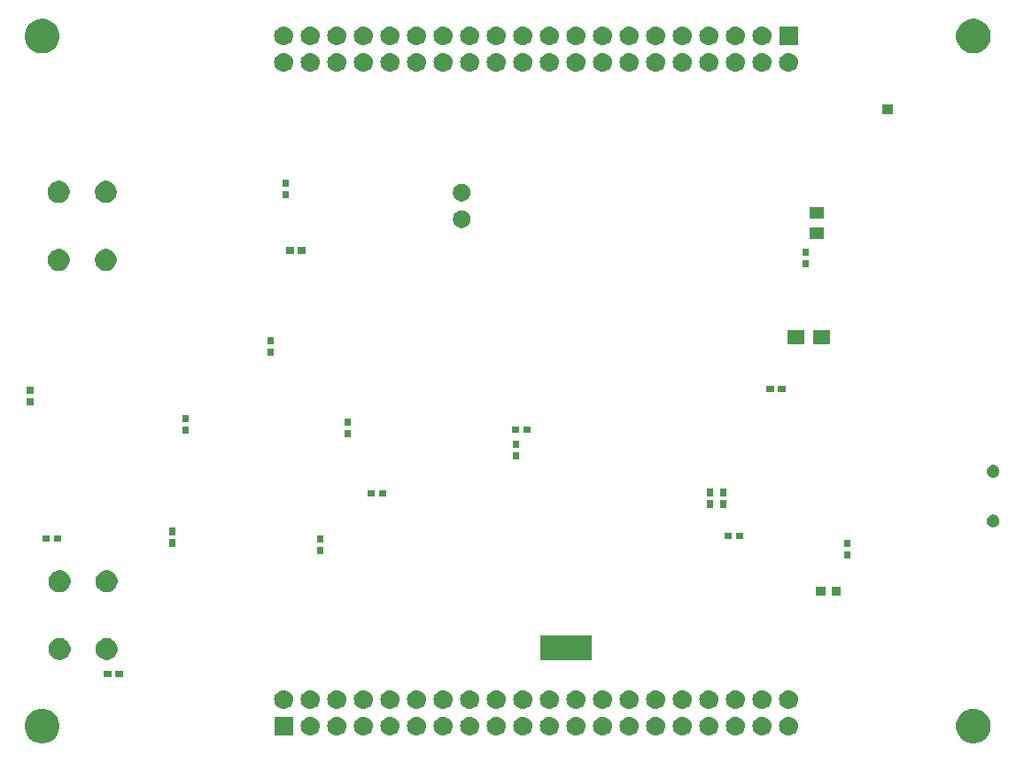
<source format=gbs>
G04 #@! TF.GenerationSoftware,KiCad,Pcbnew,(5.1.2)-1*
G04 #@! TF.CreationDate,2020-02-06T13:24:46+09:00*
G04 #@! TF.ProjectId,o2_breakout,6f325f62-7265-4616-9b6f-75742e6b6963,rev?*
G04 #@! TF.SameCoordinates,Original*
G04 #@! TF.FileFunction,Soldermask,Bot*
G04 #@! TF.FilePolarity,Negative*
%FSLAX46Y46*%
G04 Gerber Fmt 4.6, Leading zero omitted, Abs format (unit mm)*
G04 Created by KiCad (PCBNEW (5.1.2)-1) date 2020-02-06 13:24:46*
%MOMM*%
%LPD*%
G04 APERTURE LIST*
%ADD10C,0.100000*%
G04 APERTURE END LIST*
D10*
G36*
X156464000Y-120586500D02*
G01*
X151638000Y-120586500D01*
X151638000Y-118300500D01*
X156464000Y-118300500D01*
X156464000Y-120586500D01*
G37*
X156464000Y-120586500D02*
X151638000Y-120586500D01*
X151638000Y-118300500D01*
X156464000Y-118300500D01*
X156464000Y-120586500D01*
G36*
X193375256Y-125391298D02*
G01*
X193481579Y-125412447D01*
X193782042Y-125536903D01*
X194052451Y-125717585D01*
X194282415Y-125947549D01*
X194463097Y-126217958D01*
X194587553Y-126518421D01*
X194651000Y-126837391D01*
X194651000Y-127162609D01*
X194587553Y-127481579D01*
X194463097Y-127782042D01*
X194282415Y-128052451D01*
X194052451Y-128282415D01*
X193782042Y-128463097D01*
X193481579Y-128587553D01*
X193375256Y-128608702D01*
X193162611Y-128651000D01*
X192837389Y-128651000D01*
X192624744Y-128608702D01*
X192518421Y-128587553D01*
X192217958Y-128463097D01*
X191947549Y-128282415D01*
X191717585Y-128052451D01*
X191536903Y-127782042D01*
X191412447Y-127481579D01*
X191349000Y-127162609D01*
X191349000Y-126837391D01*
X191412447Y-126518421D01*
X191536903Y-126217958D01*
X191717585Y-125947549D01*
X191947549Y-125717585D01*
X192217958Y-125536903D01*
X192518421Y-125412447D01*
X192624744Y-125391298D01*
X192837389Y-125349000D01*
X193162611Y-125349000D01*
X193375256Y-125391298D01*
X193375256Y-125391298D01*
G37*
G36*
X104375256Y-125391298D02*
G01*
X104481579Y-125412447D01*
X104782042Y-125536903D01*
X105052451Y-125717585D01*
X105282415Y-125947549D01*
X105463097Y-126217958D01*
X105587553Y-126518421D01*
X105651000Y-126837391D01*
X105651000Y-127162609D01*
X105587553Y-127481579D01*
X105463097Y-127782042D01*
X105282415Y-128052451D01*
X105052451Y-128282415D01*
X104782042Y-128463097D01*
X104481579Y-128587553D01*
X104375256Y-128608702D01*
X104162611Y-128651000D01*
X103837389Y-128651000D01*
X103624744Y-128608702D01*
X103518421Y-128587553D01*
X103217958Y-128463097D01*
X102947549Y-128282415D01*
X102717585Y-128052451D01*
X102536903Y-127782042D01*
X102412447Y-127481579D01*
X102349000Y-127162609D01*
X102349000Y-126837391D01*
X102412447Y-126518421D01*
X102536903Y-126217958D01*
X102717585Y-125947549D01*
X102947549Y-125717585D01*
X103217958Y-125536903D01*
X103518421Y-125412447D01*
X103624744Y-125391298D01*
X103837389Y-125349000D01*
X104162611Y-125349000D01*
X104375256Y-125391298D01*
X104375256Y-125391298D01*
G37*
G36*
X127977200Y-127901000D02*
G01*
X126175200Y-127901000D01*
X126175200Y-126099000D01*
X127977200Y-126099000D01*
X127977200Y-127901000D01*
X127977200Y-127901000D01*
G37*
G36*
X155126643Y-126105519D02*
G01*
X155192827Y-126112037D01*
X155362666Y-126163557D01*
X155519191Y-126247222D01*
X155554929Y-126276552D01*
X155656386Y-126359814D01*
X155739648Y-126461271D01*
X155768978Y-126497009D01*
X155852643Y-126653534D01*
X155904163Y-126823373D01*
X155921559Y-127000000D01*
X155904163Y-127176627D01*
X155852643Y-127346466D01*
X155768978Y-127502991D01*
X155739648Y-127538729D01*
X155656386Y-127640186D01*
X155554929Y-127723448D01*
X155519191Y-127752778D01*
X155362666Y-127836443D01*
X155192827Y-127887963D01*
X155126642Y-127894482D01*
X155060460Y-127901000D01*
X154971940Y-127901000D01*
X154905758Y-127894482D01*
X154839573Y-127887963D01*
X154669734Y-127836443D01*
X154513209Y-127752778D01*
X154477471Y-127723448D01*
X154376014Y-127640186D01*
X154292752Y-127538729D01*
X154263422Y-127502991D01*
X154179757Y-127346466D01*
X154128237Y-127176627D01*
X154110841Y-127000000D01*
X154128237Y-126823373D01*
X154179757Y-126653534D01*
X154263422Y-126497009D01*
X154292752Y-126461271D01*
X154376014Y-126359814D01*
X154477471Y-126276552D01*
X154513209Y-126247222D01*
X154669734Y-126163557D01*
X154839573Y-126112037D01*
X154905757Y-126105519D01*
X154971940Y-126099000D01*
X155060460Y-126099000D01*
X155126643Y-126105519D01*
X155126643Y-126105519D01*
G37*
G36*
X132266643Y-126105519D02*
G01*
X132332827Y-126112037D01*
X132502666Y-126163557D01*
X132659191Y-126247222D01*
X132694929Y-126276552D01*
X132796386Y-126359814D01*
X132879648Y-126461271D01*
X132908978Y-126497009D01*
X132992643Y-126653534D01*
X133044163Y-126823373D01*
X133061559Y-127000000D01*
X133044163Y-127176627D01*
X132992643Y-127346466D01*
X132908978Y-127502991D01*
X132879648Y-127538729D01*
X132796386Y-127640186D01*
X132694929Y-127723448D01*
X132659191Y-127752778D01*
X132502666Y-127836443D01*
X132332827Y-127887963D01*
X132266642Y-127894482D01*
X132200460Y-127901000D01*
X132111940Y-127901000D01*
X132045758Y-127894482D01*
X131979573Y-127887963D01*
X131809734Y-127836443D01*
X131653209Y-127752778D01*
X131617471Y-127723448D01*
X131516014Y-127640186D01*
X131432752Y-127538729D01*
X131403422Y-127502991D01*
X131319757Y-127346466D01*
X131268237Y-127176627D01*
X131250841Y-127000000D01*
X131268237Y-126823373D01*
X131319757Y-126653534D01*
X131403422Y-126497009D01*
X131432752Y-126461271D01*
X131516014Y-126359814D01*
X131617471Y-126276552D01*
X131653209Y-126247222D01*
X131809734Y-126163557D01*
X131979573Y-126112037D01*
X132045757Y-126105519D01*
X132111940Y-126099000D01*
X132200460Y-126099000D01*
X132266643Y-126105519D01*
X132266643Y-126105519D01*
G37*
G36*
X134806643Y-126105519D02*
G01*
X134872827Y-126112037D01*
X135042666Y-126163557D01*
X135199191Y-126247222D01*
X135234929Y-126276552D01*
X135336386Y-126359814D01*
X135419648Y-126461271D01*
X135448978Y-126497009D01*
X135532643Y-126653534D01*
X135584163Y-126823373D01*
X135601559Y-127000000D01*
X135584163Y-127176627D01*
X135532643Y-127346466D01*
X135448978Y-127502991D01*
X135419648Y-127538729D01*
X135336386Y-127640186D01*
X135234929Y-127723448D01*
X135199191Y-127752778D01*
X135042666Y-127836443D01*
X134872827Y-127887963D01*
X134806642Y-127894482D01*
X134740460Y-127901000D01*
X134651940Y-127901000D01*
X134585758Y-127894482D01*
X134519573Y-127887963D01*
X134349734Y-127836443D01*
X134193209Y-127752778D01*
X134157471Y-127723448D01*
X134056014Y-127640186D01*
X133972752Y-127538729D01*
X133943422Y-127502991D01*
X133859757Y-127346466D01*
X133808237Y-127176627D01*
X133790841Y-127000000D01*
X133808237Y-126823373D01*
X133859757Y-126653534D01*
X133943422Y-126497009D01*
X133972752Y-126461271D01*
X134056014Y-126359814D01*
X134157471Y-126276552D01*
X134193209Y-126247222D01*
X134349734Y-126163557D01*
X134519573Y-126112037D01*
X134585757Y-126105519D01*
X134651940Y-126099000D01*
X134740460Y-126099000D01*
X134806643Y-126105519D01*
X134806643Y-126105519D01*
G37*
G36*
X137346643Y-126105519D02*
G01*
X137412827Y-126112037D01*
X137582666Y-126163557D01*
X137739191Y-126247222D01*
X137774929Y-126276552D01*
X137876386Y-126359814D01*
X137959648Y-126461271D01*
X137988978Y-126497009D01*
X138072643Y-126653534D01*
X138124163Y-126823373D01*
X138141559Y-127000000D01*
X138124163Y-127176627D01*
X138072643Y-127346466D01*
X137988978Y-127502991D01*
X137959648Y-127538729D01*
X137876386Y-127640186D01*
X137774929Y-127723448D01*
X137739191Y-127752778D01*
X137582666Y-127836443D01*
X137412827Y-127887963D01*
X137346642Y-127894482D01*
X137280460Y-127901000D01*
X137191940Y-127901000D01*
X137125758Y-127894482D01*
X137059573Y-127887963D01*
X136889734Y-127836443D01*
X136733209Y-127752778D01*
X136697471Y-127723448D01*
X136596014Y-127640186D01*
X136512752Y-127538729D01*
X136483422Y-127502991D01*
X136399757Y-127346466D01*
X136348237Y-127176627D01*
X136330841Y-127000000D01*
X136348237Y-126823373D01*
X136399757Y-126653534D01*
X136483422Y-126497009D01*
X136512752Y-126461271D01*
X136596014Y-126359814D01*
X136697471Y-126276552D01*
X136733209Y-126247222D01*
X136889734Y-126163557D01*
X137059573Y-126112037D01*
X137125757Y-126105519D01*
X137191940Y-126099000D01*
X137280460Y-126099000D01*
X137346643Y-126105519D01*
X137346643Y-126105519D01*
G37*
G36*
X139886643Y-126105519D02*
G01*
X139952827Y-126112037D01*
X140122666Y-126163557D01*
X140279191Y-126247222D01*
X140314929Y-126276552D01*
X140416386Y-126359814D01*
X140499648Y-126461271D01*
X140528978Y-126497009D01*
X140612643Y-126653534D01*
X140664163Y-126823373D01*
X140681559Y-127000000D01*
X140664163Y-127176627D01*
X140612643Y-127346466D01*
X140528978Y-127502991D01*
X140499648Y-127538729D01*
X140416386Y-127640186D01*
X140314929Y-127723448D01*
X140279191Y-127752778D01*
X140122666Y-127836443D01*
X139952827Y-127887963D01*
X139886642Y-127894482D01*
X139820460Y-127901000D01*
X139731940Y-127901000D01*
X139665758Y-127894482D01*
X139599573Y-127887963D01*
X139429734Y-127836443D01*
X139273209Y-127752778D01*
X139237471Y-127723448D01*
X139136014Y-127640186D01*
X139052752Y-127538729D01*
X139023422Y-127502991D01*
X138939757Y-127346466D01*
X138888237Y-127176627D01*
X138870841Y-127000000D01*
X138888237Y-126823373D01*
X138939757Y-126653534D01*
X139023422Y-126497009D01*
X139052752Y-126461271D01*
X139136014Y-126359814D01*
X139237471Y-126276552D01*
X139273209Y-126247222D01*
X139429734Y-126163557D01*
X139599573Y-126112037D01*
X139665757Y-126105519D01*
X139731940Y-126099000D01*
X139820460Y-126099000D01*
X139886643Y-126105519D01*
X139886643Y-126105519D01*
G37*
G36*
X142426643Y-126105519D02*
G01*
X142492827Y-126112037D01*
X142662666Y-126163557D01*
X142819191Y-126247222D01*
X142854929Y-126276552D01*
X142956386Y-126359814D01*
X143039648Y-126461271D01*
X143068978Y-126497009D01*
X143152643Y-126653534D01*
X143204163Y-126823373D01*
X143221559Y-127000000D01*
X143204163Y-127176627D01*
X143152643Y-127346466D01*
X143068978Y-127502991D01*
X143039648Y-127538729D01*
X142956386Y-127640186D01*
X142854929Y-127723448D01*
X142819191Y-127752778D01*
X142662666Y-127836443D01*
X142492827Y-127887963D01*
X142426642Y-127894482D01*
X142360460Y-127901000D01*
X142271940Y-127901000D01*
X142205758Y-127894482D01*
X142139573Y-127887963D01*
X141969734Y-127836443D01*
X141813209Y-127752778D01*
X141777471Y-127723448D01*
X141676014Y-127640186D01*
X141592752Y-127538729D01*
X141563422Y-127502991D01*
X141479757Y-127346466D01*
X141428237Y-127176627D01*
X141410841Y-127000000D01*
X141428237Y-126823373D01*
X141479757Y-126653534D01*
X141563422Y-126497009D01*
X141592752Y-126461271D01*
X141676014Y-126359814D01*
X141777471Y-126276552D01*
X141813209Y-126247222D01*
X141969734Y-126163557D01*
X142139573Y-126112037D01*
X142205757Y-126105519D01*
X142271940Y-126099000D01*
X142360460Y-126099000D01*
X142426643Y-126105519D01*
X142426643Y-126105519D01*
G37*
G36*
X144966643Y-126105519D02*
G01*
X145032827Y-126112037D01*
X145202666Y-126163557D01*
X145359191Y-126247222D01*
X145394929Y-126276552D01*
X145496386Y-126359814D01*
X145579648Y-126461271D01*
X145608978Y-126497009D01*
X145692643Y-126653534D01*
X145744163Y-126823373D01*
X145761559Y-127000000D01*
X145744163Y-127176627D01*
X145692643Y-127346466D01*
X145608978Y-127502991D01*
X145579648Y-127538729D01*
X145496386Y-127640186D01*
X145394929Y-127723448D01*
X145359191Y-127752778D01*
X145202666Y-127836443D01*
X145032827Y-127887963D01*
X144966642Y-127894482D01*
X144900460Y-127901000D01*
X144811940Y-127901000D01*
X144745758Y-127894482D01*
X144679573Y-127887963D01*
X144509734Y-127836443D01*
X144353209Y-127752778D01*
X144317471Y-127723448D01*
X144216014Y-127640186D01*
X144132752Y-127538729D01*
X144103422Y-127502991D01*
X144019757Y-127346466D01*
X143968237Y-127176627D01*
X143950841Y-127000000D01*
X143968237Y-126823373D01*
X144019757Y-126653534D01*
X144103422Y-126497009D01*
X144132752Y-126461271D01*
X144216014Y-126359814D01*
X144317471Y-126276552D01*
X144353209Y-126247222D01*
X144509734Y-126163557D01*
X144679573Y-126112037D01*
X144745757Y-126105519D01*
X144811940Y-126099000D01*
X144900460Y-126099000D01*
X144966643Y-126105519D01*
X144966643Y-126105519D01*
G37*
G36*
X147506643Y-126105519D02*
G01*
X147572827Y-126112037D01*
X147742666Y-126163557D01*
X147899191Y-126247222D01*
X147934929Y-126276552D01*
X148036386Y-126359814D01*
X148119648Y-126461271D01*
X148148978Y-126497009D01*
X148232643Y-126653534D01*
X148284163Y-126823373D01*
X148301559Y-127000000D01*
X148284163Y-127176627D01*
X148232643Y-127346466D01*
X148148978Y-127502991D01*
X148119648Y-127538729D01*
X148036386Y-127640186D01*
X147934929Y-127723448D01*
X147899191Y-127752778D01*
X147742666Y-127836443D01*
X147572827Y-127887963D01*
X147506642Y-127894482D01*
X147440460Y-127901000D01*
X147351940Y-127901000D01*
X147285758Y-127894482D01*
X147219573Y-127887963D01*
X147049734Y-127836443D01*
X146893209Y-127752778D01*
X146857471Y-127723448D01*
X146756014Y-127640186D01*
X146672752Y-127538729D01*
X146643422Y-127502991D01*
X146559757Y-127346466D01*
X146508237Y-127176627D01*
X146490841Y-127000000D01*
X146508237Y-126823373D01*
X146559757Y-126653534D01*
X146643422Y-126497009D01*
X146672752Y-126461271D01*
X146756014Y-126359814D01*
X146857471Y-126276552D01*
X146893209Y-126247222D01*
X147049734Y-126163557D01*
X147219573Y-126112037D01*
X147285757Y-126105519D01*
X147351940Y-126099000D01*
X147440460Y-126099000D01*
X147506643Y-126105519D01*
X147506643Y-126105519D01*
G37*
G36*
X150046643Y-126105519D02*
G01*
X150112827Y-126112037D01*
X150282666Y-126163557D01*
X150439191Y-126247222D01*
X150474929Y-126276552D01*
X150576386Y-126359814D01*
X150659648Y-126461271D01*
X150688978Y-126497009D01*
X150772643Y-126653534D01*
X150824163Y-126823373D01*
X150841559Y-127000000D01*
X150824163Y-127176627D01*
X150772643Y-127346466D01*
X150688978Y-127502991D01*
X150659648Y-127538729D01*
X150576386Y-127640186D01*
X150474929Y-127723448D01*
X150439191Y-127752778D01*
X150282666Y-127836443D01*
X150112827Y-127887963D01*
X150046642Y-127894482D01*
X149980460Y-127901000D01*
X149891940Y-127901000D01*
X149825758Y-127894482D01*
X149759573Y-127887963D01*
X149589734Y-127836443D01*
X149433209Y-127752778D01*
X149397471Y-127723448D01*
X149296014Y-127640186D01*
X149212752Y-127538729D01*
X149183422Y-127502991D01*
X149099757Y-127346466D01*
X149048237Y-127176627D01*
X149030841Y-127000000D01*
X149048237Y-126823373D01*
X149099757Y-126653534D01*
X149183422Y-126497009D01*
X149212752Y-126461271D01*
X149296014Y-126359814D01*
X149397471Y-126276552D01*
X149433209Y-126247222D01*
X149589734Y-126163557D01*
X149759573Y-126112037D01*
X149825757Y-126105519D01*
X149891940Y-126099000D01*
X149980460Y-126099000D01*
X150046643Y-126105519D01*
X150046643Y-126105519D01*
G37*
G36*
X152586643Y-126105519D02*
G01*
X152652827Y-126112037D01*
X152822666Y-126163557D01*
X152979191Y-126247222D01*
X153014929Y-126276552D01*
X153116386Y-126359814D01*
X153199648Y-126461271D01*
X153228978Y-126497009D01*
X153312643Y-126653534D01*
X153364163Y-126823373D01*
X153381559Y-127000000D01*
X153364163Y-127176627D01*
X153312643Y-127346466D01*
X153228978Y-127502991D01*
X153199648Y-127538729D01*
X153116386Y-127640186D01*
X153014929Y-127723448D01*
X152979191Y-127752778D01*
X152822666Y-127836443D01*
X152652827Y-127887963D01*
X152586642Y-127894482D01*
X152520460Y-127901000D01*
X152431940Y-127901000D01*
X152365758Y-127894482D01*
X152299573Y-127887963D01*
X152129734Y-127836443D01*
X151973209Y-127752778D01*
X151937471Y-127723448D01*
X151836014Y-127640186D01*
X151752752Y-127538729D01*
X151723422Y-127502991D01*
X151639757Y-127346466D01*
X151588237Y-127176627D01*
X151570841Y-127000000D01*
X151588237Y-126823373D01*
X151639757Y-126653534D01*
X151723422Y-126497009D01*
X151752752Y-126461271D01*
X151836014Y-126359814D01*
X151937471Y-126276552D01*
X151973209Y-126247222D01*
X152129734Y-126163557D01*
X152299573Y-126112037D01*
X152365757Y-126105519D01*
X152431940Y-126099000D01*
X152520460Y-126099000D01*
X152586643Y-126105519D01*
X152586643Y-126105519D01*
G37*
G36*
X157666643Y-126105519D02*
G01*
X157732827Y-126112037D01*
X157902666Y-126163557D01*
X158059191Y-126247222D01*
X158094929Y-126276552D01*
X158196386Y-126359814D01*
X158279648Y-126461271D01*
X158308978Y-126497009D01*
X158392643Y-126653534D01*
X158444163Y-126823373D01*
X158461559Y-127000000D01*
X158444163Y-127176627D01*
X158392643Y-127346466D01*
X158308978Y-127502991D01*
X158279648Y-127538729D01*
X158196386Y-127640186D01*
X158094929Y-127723448D01*
X158059191Y-127752778D01*
X157902666Y-127836443D01*
X157732827Y-127887963D01*
X157666642Y-127894482D01*
X157600460Y-127901000D01*
X157511940Y-127901000D01*
X157445758Y-127894482D01*
X157379573Y-127887963D01*
X157209734Y-127836443D01*
X157053209Y-127752778D01*
X157017471Y-127723448D01*
X156916014Y-127640186D01*
X156832752Y-127538729D01*
X156803422Y-127502991D01*
X156719757Y-127346466D01*
X156668237Y-127176627D01*
X156650841Y-127000000D01*
X156668237Y-126823373D01*
X156719757Y-126653534D01*
X156803422Y-126497009D01*
X156832752Y-126461271D01*
X156916014Y-126359814D01*
X157017471Y-126276552D01*
X157053209Y-126247222D01*
X157209734Y-126163557D01*
X157379573Y-126112037D01*
X157445757Y-126105519D01*
X157511940Y-126099000D01*
X157600460Y-126099000D01*
X157666643Y-126105519D01*
X157666643Y-126105519D01*
G37*
G36*
X160206643Y-126105519D02*
G01*
X160272827Y-126112037D01*
X160442666Y-126163557D01*
X160599191Y-126247222D01*
X160634929Y-126276552D01*
X160736386Y-126359814D01*
X160819648Y-126461271D01*
X160848978Y-126497009D01*
X160932643Y-126653534D01*
X160984163Y-126823373D01*
X161001559Y-127000000D01*
X160984163Y-127176627D01*
X160932643Y-127346466D01*
X160848978Y-127502991D01*
X160819648Y-127538729D01*
X160736386Y-127640186D01*
X160634929Y-127723448D01*
X160599191Y-127752778D01*
X160442666Y-127836443D01*
X160272827Y-127887963D01*
X160206642Y-127894482D01*
X160140460Y-127901000D01*
X160051940Y-127901000D01*
X159985758Y-127894482D01*
X159919573Y-127887963D01*
X159749734Y-127836443D01*
X159593209Y-127752778D01*
X159557471Y-127723448D01*
X159456014Y-127640186D01*
X159372752Y-127538729D01*
X159343422Y-127502991D01*
X159259757Y-127346466D01*
X159208237Y-127176627D01*
X159190841Y-127000000D01*
X159208237Y-126823373D01*
X159259757Y-126653534D01*
X159343422Y-126497009D01*
X159372752Y-126461271D01*
X159456014Y-126359814D01*
X159557471Y-126276552D01*
X159593209Y-126247222D01*
X159749734Y-126163557D01*
X159919573Y-126112037D01*
X159985757Y-126105519D01*
X160051940Y-126099000D01*
X160140460Y-126099000D01*
X160206643Y-126105519D01*
X160206643Y-126105519D01*
G37*
G36*
X162746643Y-126105519D02*
G01*
X162812827Y-126112037D01*
X162982666Y-126163557D01*
X163139191Y-126247222D01*
X163174929Y-126276552D01*
X163276386Y-126359814D01*
X163359648Y-126461271D01*
X163388978Y-126497009D01*
X163472643Y-126653534D01*
X163524163Y-126823373D01*
X163541559Y-127000000D01*
X163524163Y-127176627D01*
X163472643Y-127346466D01*
X163388978Y-127502991D01*
X163359648Y-127538729D01*
X163276386Y-127640186D01*
X163174929Y-127723448D01*
X163139191Y-127752778D01*
X162982666Y-127836443D01*
X162812827Y-127887963D01*
X162746642Y-127894482D01*
X162680460Y-127901000D01*
X162591940Y-127901000D01*
X162525758Y-127894482D01*
X162459573Y-127887963D01*
X162289734Y-127836443D01*
X162133209Y-127752778D01*
X162097471Y-127723448D01*
X161996014Y-127640186D01*
X161912752Y-127538729D01*
X161883422Y-127502991D01*
X161799757Y-127346466D01*
X161748237Y-127176627D01*
X161730841Y-127000000D01*
X161748237Y-126823373D01*
X161799757Y-126653534D01*
X161883422Y-126497009D01*
X161912752Y-126461271D01*
X161996014Y-126359814D01*
X162097471Y-126276552D01*
X162133209Y-126247222D01*
X162289734Y-126163557D01*
X162459573Y-126112037D01*
X162525757Y-126105519D01*
X162591940Y-126099000D01*
X162680460Y-126099000D01*
X162746643Y-126105519D01*
X162746643Y-126105519D01*
G37*
G36*
X165286643Y-126105519D02*
G01*
X165352827Y-126112037D01*
X165522666Y-126163557D01*
X165679191Y-126247222D01*
X165714929Y-126276552D01*
X165816386Y-126359814D01*
X165899648Y-126461271D01*
X165928978Y-126497009D01*
X166012643Y-126653534D01*
X166064163Y-126823373D01*
X166081559Y-127000000D01*
X166064163Y-127176627D01*
X166012643Y-127346466D01*
X165928978Y-127502991D01*
X165899648Y-127538729D01*
X165816386Y-127640186D01*
X165714929Y-127723448D01*
X165679191Y-127752778D01*
X165522666Y-127836443D01*
X165352827Y-127887963D01*
X165286642Y-127894482D01*
X165220460Y-127901000D01*
X165131940Y-127901000D01*
X165065758Y-127894482D01*
X164999573Y-127887963D01*
X164829734Y-127836443D01*
X164673209Y-127752778D01*
X164637471Y-127723448D01*
X164536014Y-127640186D01*
X164452752Y-127538729D01*
X164423422Y-127502991D01*
X164339757Y-127346466D01*
X164288237Y-127176627D01*
X164270841Y-127000000D01*
X164288237Y-126823373D01*
X164339757Y-126653534D01*
X164423422Y-126497009D01*
X164452752Y-126461271D01*
X164536014Y-126359814D01*
X164637471Y-126276552D01*
X164673209Y-126247222D01*
X164829734Y-126163557D01*
X164999573Y-126112037D01*
X165065757Y-126105519D01*
X165131940Y-126099000D01*
X165220460Y-126099000D01*
X165286643Y-126105519D01*
X165286643Y-126105519D01*
G37*
G36*
X167826643Y-126105519D02*
G01*
X167892827Y-126112037D01*
X168062666Y-126163557D01*
X168219191Y-126247222D01*
X168254929Y-126276552D01*
X168356386Y-126359814D01*
X168439648Y-126461271D01*
X168468978Y-126497009D01*
X168552643Y-126653534D01*
X168604163Y-126823373D01*
X168621559Y-127000000D01*
X168604163Y-127176627D01*
X168552643Y-127346466D01*
X168468978Y-127502991D01*
X168439648Y-127538729D01*
X168356386Y-127640186D01*
X168254929Y-127723448D01*
X168219191Y-127752778D01*
X168062666Y-127836443D01*
X167892827Y-127887963D01*
X167826642Y-127894482D01*
X167760460Y-127901000D01*
X167671940Y-127901000D01*
X167605758Y-127894482D01*
X167539573Y-127887963D01*
X167369734Y-127836443D01*
X167213209Y-127752778D01*
X167177471Y-127723448D01*
X167076014Y-127640186D01*
X166992752Y-127538729D01*
X166963422Y-127502991D01*
X166879757Y-127346466D01*
X166828237Y-127176627D01*
X166810841Y-127000000D01*
X166828237Y-126823373D01*
X166879757Y-126653534D01*
X166963422Y-126497009D01*
X166992752Y-126461271D01*
X167076014Y-126359814D01*
X167177471Y-126276552D01*
X167213209Y-126247222D01*
X167369734Y-126163557D01*
X167539573Y-126112037D01*
X167605757Y-126105519D01*
X167671940Y-126099000D01*
X167760460Y-126099000D01*
X167826643Y-126105519D01*
X167826643Y-126105519D01*
G37*
G36*
X170366643Y-126105519D02*
G01*
X170432827Y-126112037D01*
X170602666Y-126163557D01*
X170759191Y-126247222D01*
X170794929Y-126276552D01*
X170896386Y-126359814D01*
X170979648Y-126461271D01*
X171008978Y-126497009D01*
X171092643Y-126653534D01*
X171144163Y-126823373D01*
X171161559Y-127000000D01*
X171144163Y-127176627D01*
X171092643Y-127346466D01*
X171008978Y-127502991D01*
X170979648Y-127538729D01*
X170896386Y-127640186D01*
X170794929Y-127723448D01*
X170759191Y-127752778D01*
X170602666Y-127836443D01*
X170432827Y-127887963D01*
X170366642Y-127894482D01*
X170300460Y-127901000D01*
X170211940Y-127901000D01*
X170145758Y-127894482D01*
X170079573Y-127887963D01*
X169909734Y-127836443D01*
X169753209Y-127752778D01*
X169717471Y-127723448D01*
X169616014Y-127640186D01*
X169532752Y-127538729D01*
X169503422Y-127502991D01*
X169419757Y-127346466D01*
X169368237Y-127176627D01*
X169350841Y-127000000D01*
X169368237Y-126823373D01*
X169419757Y-126653534D01*
X169503422Y-126497009D01*
X169532752Y-126461271D01*
X169616014Y-126359814D01*
X169717471Y-126276552D01*
X169753209Y-126247222D01*
X169909734Y-126163557D01*
X170079573Y-126112037D01*
X170145757Y-126105519D01*
X170211940Y-126099000D01*
X170300460Y-126099000D01*
X170366643Y-126105519D01*
X170366643Y-126105519D01*
G37*
G36*
X172906643Y-126105519D02*
G01*
X172972827Y-126112037D01*
X173142666Y-126163557D01*
X173299191Y-126247222D01*
X173334929Y-126276552D01*
X173436386Y-126359814D01*
X173519648Y-126461271D01*
X173548978Y-126497009D01*
X173632643Y-126653534D01*
X173684163Y-126823373D01*
X173701559Y-127000000D01*
X173684163Y-127176627D01*
X173632643Y-127346466D01*
X173548978Y-127502991D01*
X173519648Y-127538729D01*
X173436386Y-127640186D01*
X173334929Y-127723448D01*
X173299191Y-127752778D01*
X173142666Y-127836443D01*
X172972827Y-127887963D01*
X172906642Y-127894482D01*
X172840460Y-127901000D01*
X172751940Y-127901000D01*
X172685758Y-127894482D01*
X172619573Y-127887963D01*
X172449734Y-127836443D01*
X172293209Y-127752778D01*
X172257471Y-127723448D01*
X172156014Y-127640186D01*
X172072752Y-127538729D01*
X172043422Y-127502991D01*
X171959757Y-127346466D01*
X171908237Y-127176627D01*
X171890841Y-127000000D01*
X171908237Y-126823373D01*
X171959757Y-126653534D01*
X172043422Y-126497009D01*
X172072752Y-126461271D01*
X172156014Y-126359814D01*
X172257471Y-126276552D01*
X172293209Y-126247222D01*
X172449734Y-126163557D01*
X172619573Y-126112037D01*
X172685757Y-126105519D01*
X172751940Y-126099000D01*
X172840460Y-126099000D01*
X172906643Y-126105519D01*
X172906643Y-126105519D01*
G37*
G36*
X175446643Y-126105519D02*
G01*
X175512827Y-126112037D01*
X175682666Y-126163557D01*
X175839191Y-126247222D01*
X175874929Y-126276552D01*
X175976386Y-126359814D01*
X176059648Y-126461271D01*
X176088978Y-126497009D01*
X176172643Y-126653534D01*
X176224163Y-126823373D01*
X176241559Y-127000000D01*
X176224163Y-127176627D01*
X176172643Y-127346466D01*
X176088978Y-127502991D01*
X176059648Y-127538729D01*
X175976386Y-127640186D01*
X175874929Y-127723448D01*
X175839191Y-127752778D01*
X175682666Y-127836443D01*
X175512827Y-127887963D01*
X175446642Y-127894482D01*
X175380460Y-127901000D01*
X175291940Y-127901000D01*
X175225758Y-127894482D01*
X175159573Y-127887963D01*
X174989734Y-127836443D01*
X174833209Y-127752778D01*
X174797471Y-127723448D01*
X174696014Y-127640186D01*
X174612752Y-127538729D01*
X174583422Y-127502991D01*
X174499757Y-127346466D01*
X174448237Y-127176627D01*
X174430841Y-127000000D01*
X174448237Y-126823373D01*
X174499757Y-126653534D01*
X174583422Y-126497009D01*
X174612752Y-126461271D01*
X174696014Y-126359814D01*
X174797471Y-126276552D01*
X174833209Y-126247222D01*
X174989734Y-126163557D01*
X175159573Y-126112037D01*
X175225757Y-126105519D01*
X175291940Y-126099000D01*
X175380460Y-126099000D01*
X175446643Y-126105519D01*
X175446643Y-126105519D01*
G37*
G36*
X129726643Y-126105519D02*
G01*
X129792827Y-126112037D01*
X129962666Y-126163557D01*
X130119191Y-126247222D01*
X130154929Y-126276552D01*
X130256386Y-126359814D01*
X130339648Y-126461271D01*
X130368978Y-126497009D01*
X130452643Y-126653534D01*
X130504163Y-126823373D01*
X130521559Y-127000000D01*
X130504163Y-127176627D01*
X130452643Y-127346466D01*
X130368978Y-127502991D01*
X130339648Y-127538729D01*
X130256386Y-127640186D01*
X130154929Y-127723448D01*
X130119191Y-127752778D01*
X129962666Y-127836443D01*
X129792827Y-127887963D01*
X129726642Y-127894482D01*
X129660460Y-127901000D01*
X129571940Y-127901000D01*
X129505758Y-127894482D01*
X129439573Y-127887963D01*
X129269734Y-127836443D01*
X129113209Y-127752778D01*
X129077471Y-127723448D01*
X128976014Y-127640186D01*
X128892752Y-127538729D01*
X128863422Y-127502991D01*
X128779757Y-127346466D01*
X128728237Y-127176627D01*
X128710841Y-127000000D01*
X128728237Y-126823373D01*
X128779757Y-126653534D01*
X128863422Y-126497009D01*
X128892752Y-126461271D01*
X128976014Y-126359814D01*
X129077471Y-126276552D01*
X129113209Y-126247222D01*
X129269734Y-126163557D01*
X129439573Y-126112037D01*
X129505757Y-126105519D01*
X129571940Y-126099000D01*
X129660460Y-126099000D01*
X129726643Y-126105519D01*
X129726643Y-126105519D01*
G37*
G36*
X160206642Y-123565518D02*
G01*
X160272827Y-123572037D01*
X160442666Y-123623557D01*
X160599191Y-123707222D01*
X160634929Y-123736552D01*
X160736386Y-123819814D01*
X160819648Y-123921271D01*
X160848978Y-123957009D01*
X160932643Y-124113534D01*
X160984163Y-124283373D01*
X161001559Y-124460000D01*
X160984163Y-124636627D01*
X160932643Y-124806466D01*
X160848978Y-124962991D01*
X160819648Y-124998729D01*
X160736386Y-125100186D01*
X160634929Y-125183448D01*
X160599191Y-125212778D01*
X160442666Y-125296443D01*
X160272827Y-125347963D01*
X160206642Y-125354482D01*
X160140460Y-125361000D01*
X160051940Y-125361000D01*
X159985758Y-125354482D01*
X159919573Y-125347963D01*
X159749734Y-125296443D01*
X159593209Y-125212778D01*
X159557471Y-125183448D01*
X159456014Y-125100186D01*
X159372752Y-124998729D01*
X159343422Y-124962991D01*
X159259757Y-124806466D01*
X159208237Y-124636627D01*
X159190841Y-124460000D01*
X159208237Y-124283373D01*
X159259757Y-124113534D01*
X159343422Y-123957009D01*
X159372752Y-123921271D01*
X159456014Y-123819814D01*
X159557471Y-123736552D01*
X159593209Y-123707222D01*
X159749734Y-123623557D01*
X159919573Y-123572037D01*
X159985758Y-123565518D01*
X160051940Y-123559000D01*
X160140460Y-123559000D01*
X160206642Y-123565518D01*
X160206642Y-123565518D01*
G37*
G36*
X157666642Y-123565518D02*
G01*
X157732827Y-123572037D01*
X157902666Y-123623557D01*
X158059191Y-123707222D01*
X158094929Y-123736552D01*
X158196386Y-123819814D01*
X158279648Y-123921271D01*
X158308978Y-123957009D01*
X158392643Y-124113534D01*
X158444163Y-124283373D01*
X158461559Y-124460000D01*
X158444163Y-124636627D01*
X158392643Y-124806466D01*
X158308978Y-124962991D01*
X158279648Y-124998729D01*
X158196386Y-125100186D01*
X158094929Y-125183448D01*
X158059191Y-125212778D01*
X157902666Y-125296443D01*
X157732827Y-125347963D01*
X157666642Y-125354482D01*
X157600460Y-125361000D01*
X157511940Y-125361000D01*
X157445758Y-125354482D01*
X157379573Y-125347963D01*
X157209734Y-125296443D01*
X157053209Y-125212778D01*
X157017471Y-125183448D01*
X156916014Y-125100186D01*
X156832752Y-124998729D01*
X156803422Y-124962991D01*
X156719757Y-124806466D01*
X156668237Y-124636627D01*
X156650841Y-124460000D01*
X156668237Y-124283373D01*
X156719757Y-124113534D01*
X156803422Y-123957009D01*
X156832752Y-123921271D01*
X156916014Y-123819814D01*
X157017471Y-123736552D01*
X157053209Y-123707222D01*
X157209734Y-123623557D01*
X157379573Y-123572037D01*
X157445758Y-123565518D01*
X157511940Y-123559000D01*
X157600460Y-123559000D01*
X157666642Y-123565518D01*
X157666642Y-123565518D01*
G37*
G36*
X134806642Y-123565518D02*
G01*
X134872827Y-123572037D01*
X135042666Y-123623557D01*
X135199191Y-123707222D01*
X135234929Y-123736552D01*
X135336386Y-123819814D01*
X135419648Y-123921271D01*
X135448978Y-123957009D01*
X135532643Y-124113534D01*
X135584163Y-124283373D01*
X135601559Y-124460000D01*
X135584163Y-124636627D01*
X135532643Y-124806466D01*
X135448978Y-124962991D01*
X135419648Y-124998729D01*
X135336386Y-125100186D01*
X135234929Y-125183448D01*
X135199191Y-125212778D01*
X135042666Y-125296443D01*
X134872827Y-125347963D01*
X134806642Y-125354482D01*
X134740460Y-125361000D01*
X134651940Y-125361000D01*
X134585758Y-125354482D01*
X134519573Y-125347963D01*
X134349734Y-125296443D01*
X134193209Y-125212778D01*
X134157471Y-125183448D01*
X134056014Y-125100186D01*
X133972752Y-124998729D01*
X133943422Y-124962991D01*
X133859757Y-124806466D01*
X133808237Y-124636627D01*
X133790841Y-124460000D01*
X133808237Y-124283373D01*
X133859757Y-124113534D01*
X133943422Y-123957009D01*
X133972752Y-123921271D01*
X134056014Y-123819814D01*
X134157471Y-123736552D01*
X134193209Y-123707222D01*
X134349734Y-123623557D01*
X134519573Y-123572037D01*
X134585758Y-123565518D01*
X134651940Y-123559000D01*
X134740460Y-123559000D01*
X134806642Y-123565518D01*
X134806642Y-123565518D01*
G37*
G36*
X155126642Y-123565518D02*
G01*
X155192827Y-123572037D01*
X155362666Y-123623557D01*
X155519191Y-123707222D01*
X155554929Y-123736552D01*
X155656386Y-123819814D01*
X155739648Y-123921271D01*
X155768978Y-123957009D01*
X155852643Y-124113534D01*
X155904163Y-124283373D01*
X155921559Y-124460000D01*
X155904163Y-124636627D01*
X155852643Y-124806466D01*
X155768978Y-124962991D01*
X155739648Y-124998729D01*
X155656386Y-125100186D01*
X155554929Y-125183448D01*
X155519191Y-125212778D01*
X155362666Y-125296443D01*
X155192827Y-125347963D01*
X155126642Y-125354482D01*
X155060460Y-125361000D01*
X154971940Y-125361000D01*
X154905758Y-125354482D01*
X154839573Y-125347963D01*
X154669734Y-125296443D01*
X154513209Y-125212778D01*
X154477471Y-125183448D01*
X154376014Y-125100186D01*
X154292752Y-124998729D01*
X154263422Y-124962991D01*
X154179757Y-124806466D01*
X154128237Y-124636627D01*
X154110841Y-124460000D01*
X154128237Y-124283373D01*
X154179757Y-124113534D01*
X154263422Y-123957009D01*
X154292752Y-123921271D01*
X154376014Y-123819814D01*
X154477471Y-123736552D01*
X154513209Y-123707222D01*
X154669734Y-123623557D01*
X154839573Y-123572037D01*
X154905758Y-123565518D01*
X154971940Y-123559000D01*
X155060460Y-123559000D01*
X155126642Y-123565518D01*
X155126642Y-123565518D01*
G37*
G36*
X152586642Y-123565518D02*
G01*
X152652827Y-123572037D01*
X152822666Y-123623557D01*
X152979191Y-123707222D01*
X153014929Y-123736552D01*
X153116386Y-123819814D01*
X153199648Y-123921271D01*
X153228978Y-123957009D01*
X153312643Y-124113534D01*
X153364163Y-124283373D01*
X153381559Y-124460000D01*
X153364163Y-124636627D01*
X153312643Y-124806466D01*
X153228978Y-124962991D01*
X153199648Y-124998729D01*
X153116386Y-125100186D01*
X153014929Y-125183448D01*
X152979191Y-125212778D01*
X152822666Y-125296443D01*
X152652827Y-125347963D01*
X152586642Y-125354482D01*
X152520460Y-125361000D01*
X152431940Y-125361000D01*
X152365758Y-125354482D01*
X152299573Y-125347963D01*
X152129734Y-125296443D01*
X151973209Y-125212778D01*
X151937471Y-125183448D01*
X151836014Y-125100186D01*
X151752752Y-124998729D01*
X151723422Y-124962991D01*
X151639757Y-124806466D01*
X151588237Y-124636627D01*
X151570841Y-124460000D01*
X151588237Y-124283373D01*
X151639757Y-124113534D01*
X151723422Y-123957009D01*
X151752752Y-123921271D01*
X151836014Y-123819814D01*
X151937471Y-123736552D01*
X151973209Y-123707222D01*
X152129734Y-123623557D01*
X152299573Y-123572037D01*
X152365758Y-123565518D01*
X152431940Y-123559000D01*
X152520460Y-123559000D01*
X152586642Y-123565518D01*
X152586642Y-123565518D01*
G37*
G36*
X137346642Y-123565518D02*
G01*
X137412827Y-123572037D01*
X137582666Y-123623557D01*
X137739191Y-123707222D01*
X137774929Y-123736552D01*
X137876386Y-123819814D01*
X137959648Y-123921271D01*
X137988978Y-123957009D01*
X138072643Y-124113534D01*
X138124163Y-124283373D01*
X138141559Y-124460000D01*
X138124163Y-124636627D01*
X138072643Y-124806466D01*
X137988978Y-124962991D01*
X137959648Y-124998729D01*
X137876386Y-125100186D01*
X137774929Y-125183448D01*
X137739191Y-125212778D01*
X137582666Y-125296443D01*
X137412827Y-125347963D01*
X137346642Y-125354482D01*
X137280460Y-125361000D01*
X137191940Y-125361000D01*
X137125758Y-125354482D01*
X137059573Y-125347963D01*
X136889734Y-125296443D01*
X136733209Y-125212778D01*
X136697471Y-125183448D01*
X136596014Y-125100186D01*
X136512752Y-124998729D01*
X136483422Y-124962991D01*
X136399757Y-124806466D01*
X136348237Y-124636627D01*
X136330841Y-124460000D01*
X136348237Y-124283373D01*
X136399757Y-124113534D01*
X136483422Y-123957009D01*
X136512752Y-123921271D01*
X136596014Y-123819814D01*
X136697471Y-123736552D01*
X136733209Y-123707222D01*
X136889734Y-123623557D01*
X137059573Y-123572037D01*
X137125758Y-123565518D01*
X137191940Y-123559000D01*
X137280460Y-123559000D01*
X137346642Y-123565518D01*
X137346642Y-123565518D01*
G37*
G36*
X150046642Y-123565518D02*
G01*
X150112827Y-123572037D01*
X150282666Y-123623557D01*
X150439191Y-123707222D01*
X150474929Y-123736552D01*
X150576386Y-123819814D01*
X150659648Y-123921271D01*
X150688978Y-123957009D01*
X150772643Y-124113534D01*
X150824163Y-124283373D01*
X150841559Y-124460000D01*
X150824163Y-124636627D01*
X150772643Y-124806466D01*
X150688978Y-124962991D01*
X150659648Y-124998729D01*
X150576386Y-125100186D01*
X150474929Y-125183448D01*
X150439191Y-125212778D01*
X150282666Y-125296443D01*
X150112827Y-125347963D01*
X150046642Y-125354482D01*
X149980460Y-125361000D01*
X149891940Y-125361000D01*
X149825758Y-125354482D01*
X149759573Y-125347963D01*
X149589734Y-125296443D01*
X149433209Y-125212778D01*
X149397471Y-125183448D01*
X149296014Y-125100186D01*
X149212752Y-124998729D01*
X149183422Y-124962991D01*
X149099757Y-124806466D01*
X149048237Y-124636627D01*
X149030841Y-124460000D01*
X149048237Y-124283373D01*
X149099757Y-124113534D01*
X149183422Y-123957009D01*
X149212752Y-123921271D01*
X149296014Y-123819814D01*
X149397471Y-123736552D01*
X149433209Y-123707222D01*
X149589734Y-123623557D01*
X149759573Y-123572037D01*
X149825758Y-123565518D01*
X149891940Y-123559000D01*
X149980460Y-123559000D01*
X150046642Y-123565518D01*
X150046642Y-123565518D01*
G37*
G36*
X147506642Y-123565518D02*
G01*
X147572827Y-123572037D01*
X147742666Y-123623557D01*
X147899191Y-123707222D01*
X147934929Y-123736552D01*
X148036386Y-123819814D01*
X148119648Y-123921271D01*
X148148978Y-123957009D01*
X148232643Y-124113534D01*
X148284163Y-124283373D01*
X148301559Y-124460000D01*
X148284163Y-124636627D01*
X148232643Y-124806466D01*
X148148978Y-124962991D01*
X148119648Y-124998729D01*
X148036386Y-125100186D01*
X147934929Y-125183448D01*
X147899191Y-125212778D01*
X147742666Y-125296443D01*
X147572827Y-125347963D01*
X147506642Y-125354482D01*
X147440460Y-125361000D01*
X147351940Y-125361000D01*
X147285758Y-125354482D01*
X147219573Y-125347963D01*
X147049734Y-125296443D01*
X146893209Y-125212778D01*
X146857471Y-125183448D01*
X146756014Y-125100186D01*
X146672752Y-124998729D01*
X146643422Y-124962991D01*
X146559757Y-124806466D01*
X146508237Y-124636627D01*
X146490841Y-124460000D01*
X146508237Y-124283373D01*
X146559757Y-124113534D01*
X146643422Y-123957009D01*
X146672752Y-123921271D01*
X146756014Y-123819814D01*
X146857471Y-123736552D01*
X146893209Y-123707222D01*
X147049734Y-123623557D01*
X147219573Y-123572037D01*
X147285758Y-123565518D01*
X147351940Y-123559000D01*
X147440460Y-123559000D01*
X147506642Y-123565518D01*
X147506642Y-123565518D01*
G37*
G36*
X139886642Y-123565518D02*
G01*
X139952827Y-123572037D01*
X140122666Y-123623557D01*
X140279191Y-123707222D01*
X140314929Y-123736552D01*
X140416386Y-123819814D01*
X140499648Y-123921271D01*
X140528978Y-123957009D01*
X140612643Y-124113534D01*
X140664163Y-124283373D01*
X140681559Y-124460000D01*
X140664163Y-124636627D01*
X140612643Y-124806466D01*
X140528978Y-124962991D01*
X140499648Y-124998729D01*
X140416386Y-125100186D01*
X140314929Y-125183448D01*
X140279191Y-125212778D01*
X140122666Y-125296443D01*
X139952827Y-125347963D01*
X139886642Y-125354482D01*
X139820460Y-125361000D01*
X139731940Y-125361000D01*
X139665758Y-125354482D01*
X139599573Y-125347963D01*
X139429734Y-125296443D01*
X139273209Y-125212778D01*
X139237471Y-125183448D01*
X139136014Y-125100186D01*
X139052752Y-124998729D01*
X139023422Y-124962991D01*
X138939757Y-124806466D01*
X138888237Y-124636627D01*
X138870841Y-124460000D01*
X138888237Y-124283373D01*
X138939757Y-124113534D01*
X139023422Y-123957009D01*
X139052752Y-123921271D01*
X139136014Y-123819814D01*
X139237471Y-123736552D01*
X139273209Y-123707222D01*
X139429734Y-123623557D01*
X139599573Y-123572037D01*
X139665758Y-123565518D01*
X139731940Y-123559000D01*
X139820460Y-123559000D01*
X139886642Y-123565518D01*
X139886642Y-123565518D01*
G37*
G36*
X144966642Y-123565518D02*
G01*
X145032827Y-123572037D01*
X145202666Y-123623557D01*
X145359191Y-123707222D01*
X145394929Y-123736552D01*
X145496386Y-123819814D01*
X145579648Y-123921271D01*
X145608978Y-123957009D01*
X145692643Y-124113534D01*
X145744163Y-124283373D01*
X145761559Y-124460000D01*
X145744163Y-124636627D01*
X145692643Y-124806466D01*
X145608978Y-124962991D01*
X145579648Y-124998729D01*
X145496386Y-125100186D01*
X145394929Y-125183448D01*
X145359191Y-125212778D01*
X145202666Y-125296443D01*
X145032827Y-125347963D01*
X144966642Y-125354482D01*
X144900460Y-125361000D01*
X144811940Y-125361000D01*
X144745758Y-125354482D01*
X144679573Y-125347963D01*
X144509734Y-125296443D01*
X144353209Y-125212778D01*
X144317471Y-125183448D01*
X144216014Y-125100186D01*
X144132752Y-124998729D01*
X144103422Y-124962991D01*
X144019757Y-124806466D01*
X143968237Y-124636627D01*
X143950841Y-124460000D01*
X143968237Y-124283373D01*
X144019757Y-124113534D01*
X144103422Y-123957009D01*
X144132752Y-123921271D01*
X144216014Y-123819814D01*
X144317471Y-123736552D01*
X144353209Y-123707222D01*
X144509734Y-123623557D01*
X144679573Y-123572037D01*
X144745758Y-123565518D01*
X144811940Y-123559000D01*
X144900460Y-123559000D01*
X144966642Y-123565518D01*
X144966642Y-123565518D01*
G37*
G36*
X162746642Y-123565518D02*
G01*
X162812827Y-123572037D01*
X162982666Y-123623557D01*
X163139191Y-123707222D01*
X163174929Y-123736552D01*
X163276386Y-123819814D01*
X163359648Y-123921271D01*
X163388978Y-123957009D01*
X163472643Y-124113534D01*
X163524163Y-124283373D01*
X163541559Y-124460000D01*
X163524163Y-124636627D01*
X163472643Y-124806466D01*
X163388978Y-124962991D01*
X163359648Y-124998729D01*
X163276386Y-125100186D01*
X163174929Y-125183448D01*
X163139191Y-125212778D01*
X162982666Y-125296443D01*
X162812827Y-125347963D01*
X162746642Y-125354482D01*
X162680460Y-125361000D01*
X162591940Y-125361000D01*
X162525758Y-125354482D01*
X162459573Y-125347963D01*
X162289734Y-125296443D01*
X162133209Y-125212778D01*
X162097471Y-125183448D01*
X161996014Y-125100186D01*
X161912752Y-124998729D01*
X161883422Y-124962991D01*
X161799757Y-124806466D01*
X161748237Y-124636627D01*
X161730841Y-124460000D01*
X161748237Y-124283373D01*
X161799757Y-124113534D01*
X161883422Y-123957009D01*
X161912752Y-123921271D01*
X161996014Y-123819814D01*
X162097471Y-123736552D01*
X162133209Y-123707222D01*
X162289734Y-123623557D01*
X162459573Y-123572037D01*
X162525758Y-123565518D01*
X162591940Y-123559000D01*
X162680460Y-123559000D01*
X162746642Y-123565518D01*
X162746642Y-123565518D01*
G37*
G36*
X132266642Y-123565518D02*
G01*
X132332827Y-123572037D01*
X132502666Y-123623557D01*
X132659191Y-123707222D01*
X132694929Y-123736552D01*
X132796386Y-123819814D01*
X132879648Y-123921271D01*
X132908978Y-123957009D01*
X132992643Y-124113534D01*
X133044163Y-124283373D01*
X133061559Y-124460000D01*
X133044163Y-124636627D01*
X132992643Y-124806466D01*
X132908978Y-124962991D01*
X132879648Y-124998729D01*
X132796386Y-125100186D01*
X132694929Y-125183448D01*
X132659191Y-125212778D01*
X132502666Y-125296443D01*
X132332827Y-125347963D01*
X132266642Y-125354482D01*
X132200460Y-125361000D01*
X132111940Y-125361000D01*
X132045758Y-125354482D01*
X131979573Y-125347963D01*
X131809734Y-125296443D01*
X131653209Y-125212778D01*
X131617471Y-125183448D01*
X131516014Y-125100186D01*
X131432752Y-124998729D01*
X131403422Y-124962991D01*
X131319757Y-124806466D01*
X131268237Y-124636627D01*
X131250841Y-124460000D01*
X131268237Y-124283373D01*
X131319757Y-124113534D01*
X131403422Y-123957009D01*
X131432752Y-123921271D01*
X131516014Y-123819814D01*
X131617471Y-123736552D01*
X131653209Y-123707222D01*
X131809734Y-123623557D01*
X131979573Y-123572037D01*
X132045758Y-123565518D01*
X132111940Y-123559000D01*
X132200460Y-123559000D01*
X132266642Y-123565518D01*
X132266642Y-123565518D01*
G37*
G36*
X167826642Y-123565518D02*
G01*
X167892827Y-123572037D01*
X168062666Y-123623557D01*
X168219191Y-123707222D01*
X168254929Y-123736552D01*
X168356386Y-123819814D01*
X168439648Y-123921271D01*
X168468978Y-123957009D01*
X168552643Y-124113534D01*
X168604163Y-124283373D01*
X168621559Y-124460000D01*
X168604163Y-124636627D01*
X168552643Y-124806466D01*
X168468978Y-124962991D01*
X168439648Y-124998729D01*
X168356386Y-125100186D01*
X168254929Y-125183448D01*
X168219191Y-125212778D01*
X168062666Y-125296443D01*
X167892827Y-125347963D01*
X167826642Y-125354482D01*
X167760460Y-125361000D01*
X167671940Y-125361000D01*
X167605758Y-125354482D01*
X167539573Y-125347963D01*
X167369734Y-125296443D01*
X167213209Y-125212778D01*
X167177471Y-125183448D01*
X167076014Y-125100186D01*
X166992752Y-124998729D01*
X166963422Y-124962991D01*
X166879757Y-124806466D01*
X166828237Y-124636627D01*
X166810841Y-124460000D01*
X166828237Y-124283373D01*
X166879757Y-124113534D01*
X166963422Y-123957009D01*
X166992752Y-123921271D01*
X167076014Y-123819814D01*
X167177471Y-123736552D01*
X167213209Y-123707222D01*
X167369734Y-123623557D01*
X167539573Y-123572037D01*
X167605758Y-123565518D01*
X167671940Y-123559000D01*
X167760460Y-123559000D01*
X167826642Y-123565518D01*
X167826642Y-123565518D01*
G37*
G36*
X172906642Y-123565518D02*
G01*
X172972827Y-123572037D01*
X173142666Y-123623557D01*
X173299191Y-123707222D01*
X173334929Y-123736552D01*
X173436386Y-123819814D01*
X173519648Y-123921271D01*
X173548978Y-123957009D01*
X173632643Y-124113534D01*
X173684163Y-124283373D01*
X173701559Y-124460000D01*
X173684163Y-124636627D01*
X173632643Y-124806466D01*
X173548978Y-124962991D01*
X173519648Y-124998729D01*
X173436386Y-125100186D01*
X173334929Y-125183448D01*
X173299191Y-125212778D01*
X173142666Y-125296443D01*
X172972827Y-125347963D01*
X172906642Y-125354482D01*
X172840460Y-125361000D01*
X172751940Y-125361000D01*
X172685758Y-125354482D01*
X172619573Y-125347963D01*
X172449734Y-125296443D01*
X172293209Y-125212778D01*
X172257471Y-125183448D01*
X172156014Y-125100186D01*
X172072752Y-124998729D01*
X172043422Y-124962991D01*
X171959757Y-124806466D01*
X171908237Y-124636627D01*
X171890841Y-124460000D01*
X171908237Y-124283373D01*
X171959757Y-124113534D01*
X172043422Y-123957009D01*
X172072752Y-123921271D01*
X172156014Y-123819814D01*
X172257471Y-123736552D01*
X172293209Y-123707222D01*
X172449734Y-123623557D01*
X172619573Y-123572037D01*
X172685758Y-123565518D01*
X172751940Y-123559000D01*
X172840460Y-123559000D01*
X172906642Y-123565518D01*
X172906642Y-123565518D01*
G37*
G36*
X127186642Y-123565518D02*
G01*
X127252827Y-123572037D01*
X127422666Y-123623557D01*
X127579191Y-123707222D01*
X127614929Y-123736552D01*
X127716386Y-123819814D01*
X127799648Y-123921271D01*
X127828978Y-123957009D01*
X127912643Y-124113534D01*
X127964163Y-124283373D01*
X127981559Y-124460000D01*
X127964163Y-124636627D01*
X127912643Y-124806466D01*
X127828978Y-124962991D01*
X127799648Y-124998729D01*
X127716386Y-125100186D01*
X127614929Y-125183448D01*
X127579191Y-125212778D01*
X127422666Y-125296443D01*
X127252827Y-125347963D01*
X127186642Y-125354482D01*
X127120460Y-125361000D01*
X127031940Y-125361000D01*
X126965758Y-125354482D01*
X126899573Y-125347963D01*
X126729734Y-125296443D01*
X126573209Y-125212778D01*
X126537471Y-125183448D01*
X126436014Y-125100186D01*
X126352752Y-124998729D01*
X126323422Y-124962991D01*
X126239757Y-124806466D01*
X126188237Y-124636627D01*
X126170841Y-124460000D01*
X126188237Y-124283373D01*
X126239757Y-124113534D01*
X126323422Y-123957009D01*
X126352752Y-123921271D01*
X126436014Y-123819814D01*
X126537471Y-123736552D01*
X126573209Y-123707222D01*
X126729734Y-123623557D01*
X126899573Y-123572037D01*
X126965758Y-123565518D01*
X127031940Y-123559000D01*
X127120460Y-123559000D01*
X127186642Y-123565518D01*
X127186642Y-123565518D01*
G37*
G36*
X175446642Y-123565518D02*
G01*
X175512827Y-123572037D01*
X175682666Y-123623557D01*
X175839191Y-123707222D01*
X175874929Y-123736552D01*
X175976386Y-123819814D01*
X176059648Y-123921271D01*
X176088978Y-123957009D01*
X176172643Y-124113534D01*
X176224163Y-124283373D01*
X176241559Y-124460000D01*
X176224163Y-124636627D01*
X176172643Y-124806466D01*
X176088978Y-124962991D01*
X176059648Y-124998729D01*
X175976386Y-125100186D01*
X175874929Y-125183448D01*
X175839191Y-125212778D01*
X175682666Y-125296443D01*
X175512827Y-125347963D01*
X175446642Y-125354482D01*
X175380460Y-125361000D01*
X175291940Y-125361000D01*
X175225758Y-125354482D01*
X175159573Y-125347963D01*
X174989734Y-125296443D01*
X174833209Y-125212778D01*
X174797471Y-125183448D01*
X174696014Y-125100186D01*
X174612752Y-124998729D01*
X174583422Y-124962991D01*
X174499757Y-124806466D01*
X174448237Y-124636627D01*
X174430841Y-124460000D01*
X174448237Y-124283373D01*
X174499757Y-124113534D01*
X174583422Y-123957009D01*
X174612752Y-123921271D01*
X174696014Y-123819814D01*
X174797471Y-123736552D01*
X174833209Y-123707222D01*
X174989734Y-123623557D01*
X175159573Y-123572037D01*
X175225758Y-123565518D01*
X175291940Y-123559000D01*
X175380460Y-123559000D01*
X175446642Y-123565518D01*
X175446642Y-123565518D01*
G37*
G36*
X170366642Y-123565518D02*
G01*
X170432827Y-123572037D01*
X170602666Y-123623557D01*
X170759191Y-123707222D01*
X170794929Y-123736552D01*
X170896386Y-123819814D01*
X170979648Y-123921271D01*
X171008978Y-123957009D01*
X171092643Y-124113534D01*
X171144163Y-124283373D01*
X171161559Y-124460000D01*
X171144163Y-124636627D01*
X171092643Y-124806466D01*
X171008978Y-124962991D01*
X170979648Y-124998729D01*
X170896386Y-125100186D01*
X170794929Y-125183448D01*
X170759191Y-125212778D01*
X170602666Y-125296443D01*
X170432827Y-125347963D01*
X170366642Y-125354482D01*
X170300460Y-125361000D01*
X170211940Y-125361000D01*
X170145758Y-125354482D01*
X170079573Y-125347963D01*
X169909734Y-125296443D01*
X169753209Y-125212778D01*
X169717471Y-125183448D01*
X169616014Y-125100186D01*
X169532752Y-124998729D01*
X169503422Y-124962991D01*
X169419757Y-124806466D01*
X169368237Y-124636627D01*
X169350841Y-124460000D01*
X169368237Y-124283373D01*
X169419757Y-124113534D01*
X169503422Y-123957009D01*
X169532752Y-123921271D01*
X169616014Y-123819814D01*
X169717471Y-123736552D01*
X169753209Y-123707222D01*
X169909734Y-123623557D01*
X170079573Y-123572037D01*
X170145758Y-123565518D01*
X170211940Y-123559000D01*
X170300460Y-123559000D01*
X170366642Y-123565518D01*
X170366642Y-123565518D01*
G37*
G36*
X142426642Y-123565518D02*
G01*
X142492827Y-123572037D01*
X142662666Y-123623557D01*
X142819191Y-123707222D01*
X142854929Y-123736552D01*
X142956386Y-123819814D01*
X143039648Y-123921271D01*
X143068978Y-123957009D01*
X143152643Y-124113534D01*
X143204163Y-124283373D01*
X143221559Y-124460000D01*
X143204163Y-124636627D01*
X143152643Y-124806466D01*
X143068978Y-124962991D01*
X143039648Y-124998729D01*
X142956386Y-125100186D01*
X142854929Y-125183448D01*
X142819191Y-125212778D01*
X142662666Y-125296443D01*
X142492827Y-125347963D01*
X142426642Y-125354482D01*
X142360460Y-125361000D01*
X142271940Y-125361000D01*
X142205758Y-125354482D01*
X142139573Y-125347963D01*
X141969734Y-125296443D01*
X141813209Y-125212778D01*
X141777471Y-125183448D01*
X141676014Y-125100186D01*
X141592752Y-124998729D01*
X141563422Y-124962991D01*
X141479757Y-124806466D01*
X141428237Y-124636627D01*
X141410841Y-124460000D01*
X141428237Y-124283373D01*
X141479757Y-124113534D01*
X141563422Y-123957009D01*
X141592752Y-123921271D01*
X141676014Y-123819814D01*
X141777471Y-123736552D01*
X141813209Y-123707222D01*
X141969734Y-123623557D01*
X142139573Y-123572037D01*
X142205758Y-123565518D01*
X142271940Y-123559000D01*
X142360460Y-123559000D01*
X142426642Y-123565518D01*
X142426642Y-123565518D01*
G37*
G36*
X129726642Y-123565518D02*
G01*
X129792827Y-123572037D01*
X129962666Y-123623557D01*
X130119191Y-123707222D01*
X130154929Y-123736552D01*
X130256386Y-123819814D01*
X130339648Y-123921271D01*
X130368978Y-123957009D01*
X130452643Y-124113534D01*
X130504163Y-124283373D01*
X130521559Y-124460000D01*
X130504163Y-124636627D01*
X130452643Y-124806466D01*
X130368978Y-124962991D01*
X130339648Y-124998729D01*
X130256386Y-125100186D01*
X130154929Y-125183448D01*
X130119191Y-125212778D01*
X129962666Y-125296443D01*
X129792827Y-125347963D01*
X129726642Y-125354482D01*
X129660460Y-125361000D01*
X129571940Y-125361000D01*
X129505758Y-125354482D01*
X129439573Y-125347963D01*
X129269734Y-125296443D01*
X129113209Y-125212778D01*
X129077471Y-125183448D01*
X128976014Y-125100186D01*
X128892752Y-124998729D01*
X128863422Y-124962991D01*
X128779757Y-124806466D01*
X128728237Y-124636627D01*
X128710841Y-124460000D01*
X128728237Y-124283373D01*
X128779757Y-124113534D01*
X128863422Y-123957009D01*
X128892752Y-123921271D01*
X128976014Y-123819814D01*
X129077471Y-123736552D01*
X129113209Y-123707222D01*
X129269734Y-123623557D01*
X129439573Y-123572037D01*
X129505758Y-123565518D01*
X129571940Y-123559000D01*
X129660460Y-123559000D01*
X129726642Y-123565518D01*
X129726642Y-123565518D01*
G37*
G36*
X165286642Y-123565518D02*
G01*
X165352827Y-123572037D01*
X165522666Y-123623557D01*
X165679191Y-123707222D01*
X165714929Y-123736552D01*
X165816386Y-123819814D01*
X165899648Y-123921271D01*
X165928978Y-123957009D01*
X166012643Y-124113534D01*
X166064163Y-124283373D01*
X166081559Y-124460000D01*
X166064163Y-124636627D01*
X166012643Y-124806466D01*
X165928978Y-124962991D01*
X165899648Y-124998729D01*
X165816386Y-125100186D01*
X165714929Y-125183448D01*
X165679191Y-125212778D01*
X165522666Y-125296443D01*
X165352827Y-125347963D01*
X165286642Y-125354482D01*
X165220460Y-125361000D01*
X165131940Y-125361000D01*
X165065758Y-125354482D01*
X164999573Y-125347963D01*
X164829734Y-125296443D01*
X164673209Y-125212778D01*
X164637471Y-125183448D01*
X164536014Y-125100186D01*
X164452752Y-124998729D01*
X164423422Y-124962991D01*
X164339757Y-124806466D01*
X164288237Y-124636627D01*
X164270841Y-124460000D01*
X164288237Y-124283373D01*
X164339757Y-124113534D01*
X164423422Y-123957009D01*
X164452752Y-123921271D01*
X164536014Y-123819814D01*
X164637471Y-123736552D01*
X164673209Y-123707222D01*
X164829734Y-123623557D01*
X164999573Y-123572037D01*
X165065758Y-123565518D01*
X165131940Y-123559000D01*
X165220460Y-123559000D01*
X165286642Y-123565518D01*
X165286642Y-123565518D01*
G37*
G36*
X110595800Y-122297200D02*
G01*
X109893800Y-122297200D01*
X109893800Y-121695200D01*
X110595800Y-121695200D01*
X110595800Y-122297200D01*
X110595800Y-122297200D01*
G37*
G36*
X111695800Y-122297200D02*
G01*
X110993800Y-122297200D01*
X110993800Y-121695200D01*
X111695800Y-121695200D01*
X111695800Y-122297200D01*
X111695800Y-122297200D01*
G37*
G36*
X110470564Y-118623389D02*
G01*
X110661833Y-118702615D01*
X110661835Y-118702616D01*
X110833973Y-118817635D01*
X110980365Y-118964027D01*
X111095385Y-119136167D01*
X111174611Y-119327436D01*
X111215000Y-119530484D01*
X111215000Y-119737516D01*
X111174611Y-119940564D01*
X111095385Y-120131833D01*
X111095384Y-120131835D01*
X110980365Y-120303973D01*
X110833973Y-120450365D01*
X110661835Y-120565384D01*
X110661834Y-120565385D01*
X110661833Y-120565385D01*
X110470564Y-120644611D01*
X110267516Y-120685000D01*
X110060484Y-120685000D01*
X109857436Y-120644611D01*
X109666167Y-120565385D01*
X109666166Y-120565385D01*
X109666165Y-120565384D01*
X109494027Y-120450365D01*
X109347635Y-120303973D01*
X109232616Y-120131835D01*
X109232615Y-120131833D01*
X109153389Y-119940564D01*
X109113000Y-119737516D01*
X109113000Y-119530484D01*
X109153389Y-119327436D01*
X109232615Y-119136167D01*
X109347635Y-118964027D01*
X109494027Y-118817635D01*
X109666165Y-118702616D01*
X109666167Y-118702615D01*
X109857436Y-118623389D01*
X110060484Y-118583000D01*
X110267516Y-118583000D01*
X110470564Y-118623389D01*
X110470564Y-118623389D01*
G37*
G36*
X105970564Y-118623389D02*
G01*
X106161833Y-118702615D01*
X106161835Y-118702616D01*
X106333973Y-118817635D01*
X106480365Y-118964027D01*
X106595385Y-119136167D01*
X106674611Y-119327436D01*
X106715000Y-119530484D01*
X106715000Y-119737516D01*
X106674611Y-119940564D01*
X106595385Y-120131833D01*
X106595384Y-120131835D01*
X106480365Y-120303973D01*
X106333973Y-120450365D01*
X106161835Y-120565384D01*
X106161834Y-120565385D01*
X106161833Y-120565385D01*
X105970564Y-120644611D01*
X105767516Y-120685000D01*
X105560484Y-120685000D01*
X105357436Y-120644611D01*
X105166167Y-120565385D01*
X105166166Y-120565385D01*
X105166165Y-120565384D01*
X104994027Y-120450365D01*
X104847635Y-120303973D01*
X104732616Y-120131835D01*
X104732615Y-120131833D01*
X104653389Y-119940564D01*
X104613000Y-119737516D01*
X104613000Y-119530484D01*
X104653389Y-119327436D01*
X104732615Y-119136167D01*
X104847635Y-118964027D01*
X104994027Y-118817635D01*
X105166165Y-118702616D01*
X105166167Y-118702615D01*
X105357436Y-118623389D01*
X105560484Y-118583000D01*
X105767516Y-118583000D01*
X105970564Y-118623389D01*
X105970564Y-118623389D01*
G37*
G36*
X180347200Y-114535500D02*
G01*
X179445200Y-114535500D01*
X179445200Y-113683500D01*
X180347200Y-113683500D01*
X180347200Y-114535500D01*
X180347200Y-114535500D01*
G37*
G36*
X178847200Y-114535500D02*
G01*
X177945200Y-114535500D01*
X177945200Y-113683500D01*
X178847200Y-113683500D01*
X178847200Y-114535500D01*
X178847200Y-114535500D01*
G37*
G36*
X105970564Y-112123389D02*
G01*
X106161833Y-112202615D01*
X106161835Y-112202616D01*
X106333973Y-112317635D01*
X106480365Y-112464027D01*
X106595385Y-112636167D01*
X106674611Y-112827436D01*
X106715000Y-113030484D01*
X106715000Y-113237516D01*
X106674611Y-113440564D01*
X106595385Y-113631833D01*
X106595384Y-113631835D01*
X106480365Y-113803973D01*
X106333973Y-113950365D01*
X106161835Y-114065384D01*
X106161834Y-114065385D01*
X106161833Y-114065385D01*
X105970564Y-114144611D01*
X105767516Y-114185000D01*
X105560484Y-114185000D01*
X105357436Y-114144611D01*
X105166167Y-114065385D01*
X105166166Y-114065385D01*
X105166165Y-114065384D01*
X104994027Y-113950365D01*
X104847635Y-113803973D01*
X104732616Y-113631835D01*
X104732615Y-113631833D01*
X104653389Y-113440564D01*
X104613000Y-113237516D01*
X104613000Y-113030484D01*
X104653389Y-112827436D01*
X104732615Y-112636167D01*
X104847635Y-112464027D01*
X104994027Y-112317635D01*
X105166165Y-112202616D01*
X105166167Y-112202615D01*
X105357436Y-112123389D01*
X105560484Y-112083000D01*
X105767516Y-112083000D01*
X105970564Y-112123389D01*
X105970564Y-112123389D01*
G37*
G36*
X110470564Y-112123389D02*
G01*
X110661833Y-112202615D01*
X110661835Y-112202616D01*
X110833973Y-112317635D01*
X110980365Y-112464027D01*
X111095385Y-112636167D01*
X111174611Y-112827436D01*
X111215000Y-113030484D01*
X111215000Y-113237516D01*
X111174611Y-113440564D01*
X111095385Y-113631833D01*
X111095384Y-113631835D01*
X110980365Y-113803973D01*
X110833973Y-113950365D01*
X110661835Y-114065384D01*
X110661834Y-114065385D01*
X110661833Y-114065385D01*
X110470564Y-114144611D01*
X110267516Y-114185000D01*
X110060484Y-114185000D01*
X109857436Y-114144611D01*
X109666167Y-114065385D01*
X109666166Y-114065385D01*
X109666165Y-114065384D01*
X109494027Y-113950365D01*
X109347635Y-113803973D01*
X109232616Y-113631835D01*
X109232615Y-113631833D01*
X109153389Y-113440564D01*
X109113000Y-113237516D01*
X109113000Y-113030484D01*
X109153389Y-112827436D01*
X109232615Y-112636167D01*
X109347635Y-112464027D01*
X109494027Y-112317635D01*
X109666165Y-112202616D01*
X109666167Y-112202615D01*
X109857436Y-112123389D01*
X110060484Y-112083000D01*
X110267516Y-112083000D01*
X110470564Y-112123389D01*
X110470564Y-112123389D01*
G37*
G36*
X181288700Y-110946500D02*
G01*
X180686700Y-110946500D01*
X180686700Y-110244500D01*
X181288700Y-110244500D01*
X181288700Y-110946500D01*
X181288700Y-110946500D01*
G37*
G36*
X130857000Y-110536200D02*
G01*
X130255000Y-110536200D01*
X130255000Y-109834200D01*
X130857000Y-109834200D01*
X130857000Y-110536200D01*
X130857000Y-110536200D01*
G37*
G36*
X181288700Y-109846500D02*
G01*
X180686700Y-109846500D01*
X180686700Y-109144500D01*
X181288700Y-109144500D01*
X181288700Y-109846500D01*
X181288700Y-109846500D01*
G37*
G36*
X116747300Y-109828900D02*
G01*
X116145300Y-109828900D01*
X116145300Y-109126900D01*
X116747300Y-109126900D01*
X116747300Y-109828900D01*
X116747300Y-109828900D01*
G37*
G36*
X130857000Y-109436200D02*
G01*
X130255000Y-109436200D01*
X130255000Y-108734200D01*
X130857000Y-108734200D01*
X130857000Y-109436200D01*
X130857000Y-109436200D01*
G37*
G36*
X105803000Y-109394000D02*
G01*
X105101000Y-109394000D01*
X105101000Y-108792000D01*
X105803000Y-108792000D01*
X105803000Y-109394000D01*
X105803000Y-109394000D01*
G37*
G36*
X104703000Y-109394000D02*
G01*
X104001000Y-109394000D01*
X104001000Y-108792000D01*
X104703000Y-108792000D01*
X104703000Y-109394000D01*
X104703000Y-109394000D01*
G37*
G36*
X171034100Y-109140000D02*
G01*
X170332100Y-109140000D01*
X170332100Y-108538000D01*
X171034100Y-108538000D01*
X171034100Y-109140000D01*
X171034100Y-109140000D01*
G37*
G36*
X169934100Y-109140000D02*
G01*
X169232100Y-109140000D01*
X169232100Y-108538000D01*
X169934100Y-108538000D01*
X169934100Y-109140000D01*
X169934100Y-109140000D01*
G37*
G36*
X116747300Y-108728900D02*
G01*
X116145300Y-108728900D01*
X116145300Y-108026900D01*
X116747300Y-108026900D01*
X116747300Y-108728900D01*
X116747300Y-108728900D01*
G37*
G36*
X195018101Y-106780197D02*
G01*
X195056805Y-106787896D01*
X195088840Y-106801165D01*
X195166180Y-106833200D01*
X195264615Y-106898973D01*
X195348327Y-106982685D01*
X195414100Y-107081120D01*
X195459404Y-107190496D01*
X195482500Y-107306605D01*
X195482500Y-107424995D01*
X195459404Y-107541104D01*
X195414100Y-107650480D01*
X195348327Y-107748915D01*
X195264615Y-107832627D01*
X195166180Y-107898400D01*
X195088840Y-107930435D01*
X195056805Y-107943704D01*
X195018101Y-107951403D01*
X194940695Y-107966800D01*
X194822305Y-107966800D01*
X194744899Y-107951403D01*
X194706195Y-107943704D01*
X194674160Y-107930435D01*
X194596820Y-107898400D01*
X194498385Y-107832627D01*
X194414673Y-107748915D01*
X194348900Y-107650480D01*
X194303596Y-107541104D01*
X194280500Y-107424995D01*
X194280500Y-107306605D01*
X194303596Y-107190496D01*
X194348900Y-107081120D01*
X194414673Y-106982685D01*
X194498385Y-106898973D01*
X194596820Y-106833200D01*
X194674160Y-106801165D01*
X194706195Y-106787896D01*
X194744899Y-106780197D01*
X194822305Y-106764800D01*
X194940695Y-106764800D01*
X195018101Y-106780197D01*
X195018101Y-106780197D01*
G37*
G36*
X168093400Y-106095100D02*
G01*
X167491400Y-106095100D01*
X167491400Y-105393100D01*
X168093400Y-105393100D01*
X168093400Y-106095100D01*
X168093400Y-106095100D01*
G37*
G36*
X169363400Y-106095100D02*
G01*
X168761400Y-106095100D01*
X168761400Y-105393100D01*
X169363400Y-105393100D01*
X169363400Y-106095100D01*
X169363400Y-106095100D01*
G37*
G36*
X136867200Y-105076000D02*
G01*
X136165200Y-105076000D01*
X136165200Y-104474000D01*
X136867200Y-104474000D01*
X136867200Y-105076000D01*
X136867200Y-105076000D01*
G37*
G36*
X135767200Y-105076000D02*
G01*
X135065200Y-105076000D01*
X135065200Y-104474000D01*
X135767200Y-104474000D01*
X135767200Y-105076000D01*
X135767200Y-105076000D01*
G37*
G36*
X168093400Y-104995100D02*
G01*
X167491400Y-104995100D01*
X167491400Y-104293100D01*
X168093400Y-104293100D01*
X168093400Y-104995100D01*
X168093400Y-104995100D01*
G37*
G36*
X169363400Y-104995100D02*
G01*
X168761400Y-104995100D01*
X168761400Y-104293100D01*
X169363400Y-104293100D01*
X169363400Y-104995100D01*
X169363400Y-104995100D01*
G37*
G36*
X195018101Y-102030397D02*
G01*
X195056805Y-102038096D01*
X195088840Y-102051365D01*
X195166180Y-102083400D01*
X195264615Y-102149173D01*
X195348327Y-102232885D01*
X195414100Y-102331320D01*
X195459404Y-102440696D01*
X195482500Y-102556805D01*
X195482500Y-102675195D01*
X195459404Y-102791304D01*
X195414100Y-102900680D01*
X195348327Y-102999115D01*
X195264615Y-103082827D01*
X195166180Y-103148600D01*
X195088840Y-103180635D01*
X195056805Y-103193904D01*
X195018101Y-103201603D01*
X194940695Y-103217000D01*
X194822305Y-103217000D01*
X194744899Y-103201603D01*
X194706195Y-103193904D01*
X194674160Y-103180635D01*
X194596820Y-103148600D01*
X194498385Y-103082827D01*
X194414673Y-102999115D01*
X194348900Y-102900680D01*
X194303596Y-102791304D01*
X194280500Y-102675195D01*
X194280500Y-102556805D01*
X194303596Y-102440696D01*
X194348900Y-102331320D01*
X194414673Y-102232885D01*
X194498385Y-102149173D01*
X194596820Y-102083400D01*
X194674160Y-102051365D01*
X194706195Y-102038096D01*
X194744899Y-102030397D01*
X194822305Y-102015000D01*
X194940695Y-102015000D01*
X195018101Y-102030397D01*
X195018101Y-102030397D01*
G37*
G36*
X149551400Y-101515480D02*
G01*
X148949400Y-101515480D01*
X148949400Y-100813480D01*
X149551400Y-100813480D01*
X149551400Y-101515480D01*
X149551400Y-101515480D01*
G37*
G36*
X149551400Y-100415480D02*
G01*
X148949400Y-100415480D01*
X148949400Y-99713480D01*
X149551400Y-99713480D01*
X149551400Y-100415480D01*
X149551400Y-100415480D01*
G37*
G36*
X133473200Y-99376800D02*
G01*
X132871200Y-99376800D01*
X132871200Y-98674800D01*
X133473200Y-98674800D01*
X133473200Y-99376800D01*
X133473200Y-99376800D01*
G37*
G36*
X118030000Y-99059300D02*
G01*
X117428000Y-99059300D01*
X117428000Y-98357300D01*
X118030000Y-98357300D01*
X118030000Y-99059300D01*
X118030000Y-99059300D01*
G37*
G36*
X149610200Y-98954600D02*
G01*
X148908200Y-98954600D01*
X148908200Y-98352600D01*
X149610200Y-98352600D01*
X149610200Y-98954600D01*
X149610200Y-98954600D01*
G37*
G36*
X150710200Y-98954600D02*
G01*
X150008200Y-98954600D01*
X150008200Y-98352600D01*
X150710200Y-98352600D01*
X150710200Y-98954600D01*
X150710200Y-98954600D01*
G37*
G36*
X133473200Y-98276800D02*
G01*
X132871200Y-98276800D01*
X132871200Y-97574800D01*
X133473200Y-97574800D01*
X133473200Y-98276800D01*
X133473200Y-98276800D01*
G37*
G36*
X118030000Y-97959300D02*
G01*
X117428000Y-97959300D01*
X117428000Y-97257300D01*
X118030000Y-97257300D01*
X118030000Y-97959300D01*
X118030000Y-97959300D01*
G37*
G36*
X103145600Y-96303400D02*
G01*
X102543600Y-96303400D01*
X102543600Y-95601400D01*
X103145600Y-95601400D01*
X103145600Y-96303400D01*
X103145600Y-96303400D01*
G37*
G36*
X103145600Y-95203400D02*
G01*
X102543600Y-95203400D01*
X102543600Y-94501400D01*
X103145600Y-94501400D01*
X103145600Y-95203400D01*
X103145600Y-95203400D01*
G37*
G36*
X175030700Y-95043000D02*
G01*
X174328700Y-95043000D01*
X174328700Y-94441000D01*
X175030700Y-94441000D01*
X175030700Y-95043000D01*
X175030700Y-95043000D01*
G37*
G36*
X173930700Y-95043000D02*
G01*
X173228700Y-95043000D01*
X173228700Y-94441000D01*
X173930700Y-94441000D01*
X173930700Y-95043000D01*
X173930700Y-95043000D01*
G37*
G36*
X126145300Y-91587800D02*
G01*
X125543300Y-91587800D01*
X125543300Y-90885800D01*
X126145300Y-90885800D01*
X126145300Y-91587800D01*
X126145300Y-91587800D01*
G37*
G36*
X176825220Y-90503100D02*
G01*
X175223220Y-90503100D01*
X175223220Y-89151100D01*
X176825220Y-89151100D01*
X176825220Y-90503100D01*
X176825220Y-90503100D01*
G37*
G36*
X179325220Y-90503100D02*
G01*
X177723220Y-90503100D01*
X177723220Y-89151100D01*
X179325220Y-89151100D01*
X179325220Y-90503100D01*
X179325220Y-90503100D01*
G37*
G36*
X126145300Y-90487800D02*
G01*
X125543300Y-90487800D01*
X125543300Y-89785800D01*
X126145300Y-89785800D01*
X126145300Y-90487800D01*
X126145300Y-90487800D01*
G37*
G36*
X105890164Y-81384589D02*
G01*
X106081433Y-81463815D01*
X106081435Y-81463816D01*
X106253573Y-81578835D01*
X106399965Y-81725227D01*
X106514985Y-81897367D01*
X106594211Y-82088636D01*
X106634600Y-82291684D01*
X106634600Y-82498716D01*
X106594211Y-82701764D01*
X106514985Y-82893033D01*
X106514984Y-82893035D01*
X106399965Y-83065173D01*
X106253573Y-83211565D01*
X106081435Y-83326584D01*
X106081434Y-83326585D01*
X106081433Y-83326585D01*
X105890164Y-83405811D01*
X105687116Y-83446200D01*
X105480084Y-83446200D01*
X105277036Y-83405811D01*
X105085767Y-83326585D01*
X105085766Y-83326585D01*
X105085765Y-83326584D01*
X104913627Y-83211565D01*
X104767235Y-83065173D01*
X104652216Y-82893035D01*
X104652215Y-82893033D01*
X104572989Y-82701764D01*
X104532600Y-82498716D01*
X104532600Y-82291684D01*
X104572989Y-82088636D01*
X104652215Y-81897367D01*
X104767235Y-81725227D01*
X104913627Y-81578835D01*
X105085765Y-81463816D01*
X105085767Y-81463815D01*
X105277036Y-81384589D01*
X105480084Y-81344200D01*
X105687116Y-81344200D01*
X105890164Y-81384589D01*
X105890164Y-81384589D01*
G37*
G36*
X110390164Y-81384589D02*
G01*
X110581433Y-81463815D01*
X110581435Y-81463816D01*
X110753573Y-81578835D01*
X110899965Y-81725227D01*
X111014985Y-81897367D01*
X111094211Y-82088636D01*
X111134600Y-82291684D01*
X111134600Y-82498716D01*
X111094211Y-82701764D01*
X111014985Y-82893033D01*
X111014984Y-82893035D01*
X110899965Y-83065173D01*
X110753573Y-83211565D01*
X110581435Y-83326584D01*
X110581434Y-83326585D01*
X110581433Y-83326585D01*
X110390164Y-83405811D01*
X110187116Y-83446200D01*
X109980084Y-83446200D01*
X109777036Y-83405811D01*
X109585767Y-83326585D01*
X109585766Y-83326585D01*
X109585765Y-83326584D01*
X109413627Y-83211565D01*
X109267235Y-83065173D01*
X109152216Y-82893035D01*
X109152215Y-82893033D01*
X109072989Y-82701764D01*
X109032600Y-82498716D01*
X109032600Y-82291684D01*
X109072989Y-82088636D01*
X109152215Y-81897367D01*
X109267235Y-81725227D01*
X109413627Y-81578835D01*
X109585765Y-81463816D01*
X109585767Y-81463815D01*
X109777036Y-81384589D01*
X109980084Y-81344200D01*
X110187116Y-81344200D01*
X110390164Y-81384589D01*
X110390164Y-81384589D01*
G37*
G36*
X177252640Y-83097940D02*
G01*
X176650640Y-83097940D01*
X176650640Y-82395940D01*
X177252640Y-82395940D01*
X177252640Y-83097940D01*
X177252640Y-83097940D01*
G37*
G36*
X177252640Y-81997940D02*
G01*
X176650640Y-81997940D01*
X176650640Y-81295940D01*
X177252640Y-81295940D01*
X177252640Y-81997940D01*
X177252640Y-81997940D01*
G37*
G36*
X128045600Y-81796900D02*
G01*
X127343600Y-81796900D01*
X127343600Y-81194900D01*
X128045600Y-81194900D01*
X128045600Y-81796900D01*
X128045600Y-81796900D01*
G37*
G36*
X129145600Y-81796900D02*
G01*
X128443600Y-81796900D01*
X128443600Y-81194900D01*
X129145600Y-81194900D01*
X129145600Y-81796900D01*
X129145600Y-81796900D01*
G37*
G36*
X178691900Y-80430700D02*
G01*
X177339900Y-80430700D01*
X177339900Y-79328700D01*
X178691900Y-79328700D01*
X178691900Y-80430700D01*
X178691900Y-80430700D01*
G37*
G36*
X144342428Y-77680403D02*
G01*
X144497300Y-77744553D01*
X144636681Y-77837685D01*
X144755215Y-77956219D01*
X144848347Y-78095600D01*
X144912497Y-78250472D01*
X144945200Y-78414884D01*
X144945200Y-78582516D01*
X144912497Y-78746928D01*
X144848347Y-78901800D01*
X144755215Y-79041181D01*
X144636681Y-79159715D01*
X144497300Y-79252847D01*
X144342428Y-79316997D01*
X144178016Y-79349700D01*
X144010384Y-79349700D01*
X143845972Y-79316997D01*
X143691100Y-79252847D01*
X143551719Y-79159715D01*
X143433185Y-79041181D01*
X143340053Y-78901800D01*
X143275903Y-78746928D01*
X143243200Y-78582516D01*
X143243200Y-78414884D01*
X143275903Y-78250472D01*
X143340053Y-78095600D01*
X143433185Y-77956219D01*
X143551719Y-77837685D01*
X143691100Y-77744553D01*
X143845972Y-77680403D01*
X144010384Y-77647700D01*
X144178016Y-77647700D01*
X144342428Y-77680403D01*
X144342428Y-77680403D01*
G37*
G36*
X178691900Y-78430700D02*
G01*
X177339900Y-78430700D01*
X177339900Y-77328700D01*
X178691900Y-77328700D01*
X178691900Y-78430700D01*
X178691900Y-78430700D01*
G37*
G36*
X110390164Y-74884589D02*
G01*
X110581433Y-74963815D01*
X110581435Y-74963816D01*
X110753573Y-75078835D01*
X110899965Y-75225227D01*
X111014985Y-75397367D01*
X111094211Y-75588636D01*
X111134600Y-75791684D01*
X111134600Y-75998716D01*
X111094211Y-76201764D01*
X111027923Y-76361797D01*
X111014984Y-76393035D01*
X110899965Y-76565173D01*
X110753573Y-76711565D01*
X110581435Y-76826584D01*
X110581434Y-76826585D01*
X110581433Y-76826585D01*
X110390164Y-76905811D01*
X110187116Y-76946200D01*
X109980084Y-76946200D01*
X109777036Y-76905811D01*
X109585767Y-76826585D01*
X109585766Y-76826585D01*
X109585765Y-76826584D01*
X109413627Y-76711565D01*
X109267235Y-76565173D01*
X109152216Y-76393035D01*
X109139277Y-76361797D01*
X109072989Y-76201764D01*
X109032600Y-75998716D01*
X109032600Y-75791684D01*
X109072989Y-75588636D01*
X109152215Y-75397367D01*
X109267235Y-75225227D01*
X109413627Y-75078835D01*
X109585765Y-74963816D01*
X109585767Y-74963815D01*
X109777036Y-74884589D01*
X109980084Y-74844200D01*
X110187116Y-74844200D01*
X110390164Y-74884589D01*
X110390164Y-74884589D01*
G37*
G36*
X105890164Y-74884589D02*
G01*
X106081433Y-74963815D01*
X106081435Y-74963816D01*
X106253573Y-75078835D01*
X106399965Y-75225227D01*
X106514985Y-75397367D01*
X106594211Y-75588636D01*
X106634600Y-75791684D01*
X106634600Y-75998716D01*
X106594211Y-76201764D01*
X106527923Y-76361797D01*
X106514984Y-76393035D01*
X106399965Y-76565173D01*
X106253573Y-76711565D01*
X106081435Y-76826584D01*
X106081434Y-76826585D01*
X106081433Y-76826585D01*
X105890164Y-76905811D01*
X105687116Y-76946200D01*
X105480084Y-76946200D01*
X105277036Y-76905811D01*
X105085767Y-76826585D01*
X105085766Y-76826585D01*
X105085765Y-76826584D01*
X104913627Y-76711565D01*
X104767235Y-76565173D01*
X104652216Y-76393035D01*
X104639277Y-76361797D01*
X104572989Y-76201764D01*
X104532600Y-75998716D01*
X104532600Y-75791684D01*
X104572989Y-75588636D01*
X104652215Y-75397367D01*
X104767235Y-75225227D01*
X104913627Y-75078835D01*
X105085765Y-74963816D01*
X105085767Y-74963815D01*
X105277036Y-74884589D01*
X105480084Y-74844200D01*
X105687116Y-74844200D01*
X105890164Y-74884589D01*
X105890164Y-74884589D01*
G37*
G36*
X144342428Y-75140403D02*
G01*
X144497300Y-75204553D01*
X144636681Y-75297685D01*
X144755215Y-75416219D01*
X144848347Y-75555600D01*
X144912497Y-75710472D01*
X144945200Y-75874884D01*
X144945200Y-76042516D01*
X144912497Y-76206928D01*
X144848347Y-76361800D01*
X144755215Y-76501181D01*
X144636681Y-76619715D01*
X144497300Y-76712847D01*
X144342428Y-76776997D01*
X144178016Y-76809700D01*
X144010384Y-76809700D01*
X143845972Y-76776997D01*
X143691100Y-76712847D01*
X143551719Y-76619715D01*
X143433185Y-76501181D01*
X143340053Y-76361800D01*
X143275903Y-76206928D01*
X143243200Y-76042516D01*
X143243200Y-75874884D01*
X143275903Y-75710472D01*
X143340053Y-75555600D01*
X143433185Y-75416219D01*
X143551719Y-75297685D01*
X143691100Y-75204553D01*
X143845972Y-75140403D01*
X144010384Y-75107700D01*
X144178016Y-75107700D01*
X144342428Y-75140403D01*
X144342428Y-75140403D01*
G37*
G36*
X127547380Y-76539660D02*
G01*
X126945380Y-76539660D01*
X126945380Y-75837660D01*
X127547380Y-75837660D01*
X127547380Y-76539660D01*
X127547380Y-76539660D01*
G37*
G36*
X127547380Y-75439660D02*
G01*
X126945380Y-75439660D01*
X126945380Y-74737660D01*
X127547380Y-74737660D01*
X127547380Y-75439660D01*
X127547380Y-75439660D01*
G37*
G36*
X185278780Y-68497200D02*
G01*
X184326780Y-68497200D01*
X184326780Y-67545200D01*
X185278780Y-67545200D01*
X185278780Y-68497200D01*
X185278780Y-68497200D01*
G37*
G36*
X165286642Y-62605518D02*
G01*
X165352827Y-62612037D01*
X165522666Y-62663557D01*
X165679191Y-62747222D01*
X165714929Y-62776552D01*
X165816386Y-62859814D01*
X165899648Y-62961271D01*
X165928978Y-62997009D01*
X166012643Y-63153534D01*
X166064163Y-63323373D01*
X166081559Y-63500000D01*
X166064163Y-63676627D01*
X166012643Y-63846466D01*
X165928978Y-64002991D01*
X165899648Y-64038729D01*
X165816386Y-64140186D01*
X165714929Y-64223448D01*
X165679191Y-64252778D01*
X165522666Y-64336443D01*
X165352827Y-64387963D01*
X165286642Y-64394482D01*
X165220460Y-64401000D01*
X165131940Y-64401000D01*
X165065758Y-64394482D01*
X164999573Y-64387963D01*
X164829734Y-64336443D01*
X164673209Y-64252778D01*
X164637471Y-64223448D01*
X164536014Y-64140186D01*
X164452752Y-64038729D01*
X164423422Y-64002991D01*
X164339757Y-63846466D01*
X164288237Y-63676627D01*
X164270841Y-63500000D01*
X164288237Y-63323373D01*
X164339757Y-63153534D01*
X164423422Y-62997009D01*
X164452752Y-62961271D01*
X164536014Y-62859814D01*
X164637471Y-62776552D01*
X164673209Y-62747222D01*
X164829734Y-62663557D01*
X164999573Y-62612037D01*
X165065758Y-62605518D01*
X165131940Y-62599000D01*
X165220460Y-62599000D01*
X165286642Y-62605518D01*
X165286642Y-62605518D01*
G37*
G36*
X137346642Y-62605518D02*
G01*
X137412827Y-62612037D01*
X137582666Y-62663557D01*
X137739191Y-62747222D01*
X137774929Y-62776552D01*
X137876386Y-62859814D01*
X137959648Y-62961271D01*
X137988978Y-62997009D01*
X138072643Y-63153534D01*
X138124163Y-63323373D01*
X138141559Y-63500000D01*
X138124163Y-63676627D01*
X138072643Y-63846466D01*
X137988978Y-64002991D01*
X137959648Y-64038729D01*
X137876386Y-64140186D01*
X137774929Y-64223448D01*
X137739191Y-64252778D01*
X137582666Y-64336443D01*
X137412827Y-64387963D01*
X137346642Y-64394482D01*
X137280460Y-64401000D01*
X137191940Y-64401000D01*
X137125758Y-64394482D01*
X137059573Y-64387963D01*
X136889734Y-64336443D01*
X136733209Y-64252778D01*
X136697471Y-64223448D01*
X136596014Y-64140186D01*
X136512752Y-64038729D01*
X136483422Y-64002991D01*
X136399757Y-63846466D01*
X136348237Y-63676627D01*
X136330841Y-63500000D01*
X136348237Y-63323373D01*
X136399757Y-63153534D01*
X136483422Y-62997009D01*
X136512752Y-62961271D01*
X136596014Y-62859814D01*
X136697471Y-62776552D01*
X136733209Y-62747222D01*
X136889734Y-62663557D01*
X137059573Y-62612037D01*
X137125758Y-62605518D01*
X137191940Y-62599000D01*
X137280460Y-62599000D01*
X137346642Y-62605518D01*
X137346642Y-62605518D01*
G37*
G36*
X155126642Y-62605518D02*
G01*
X155192827Y-62612037D01*
X155362666Y-62663557D01*
X155519191Y-62747222D01*
X155554929Y-62776552D01*
X155656386Y-62859814D01*
X155739648Y-62961271D01*
X155768978Y-62997009D01*
X155852643Y-63153534D01*
X155904163Y-63323373D01*
X155921559Y-63500000D01*
X155904163Y-63676627D01*
X155852643Y-63846466D01*
X155768978Y-64002991D01*
X155739648Y-64038729D01*
X155656386Y-64140186D01*
X155554929Y-64223448D01*
X155519191Y-64252778D01*
X155362666Y-64336443D01*
X155192827Y-64387963D01*
X155126642Y-64394482D01*
X155060460Y-64401000D01*
X154971940Y-64401000D01*
X154905758Y-64394482D01*
X154839573Y-64387963D01*
X154669734Y-64336443D01*
X154513209Y-64252778D01*
X154477471Y-64223448D01*
X154376014Y-64140186D01*
X154292752Y-64038729D01*
X154263422Y-64002991D01*
X154179757Y-63846466D01*
X154128237Y-63676627D01*
X154110841Y-63500000D01*
X154128237Y-63323373D01*
X154179757Y-63153534D01*
X154263422Y-62997009D01*
X154292752Y-62961271D01*
X154376014Y-62859814D01*
X154477471Y-62776552D01*
X154513209Y-62747222D01*
X154669734Y-62663557D01*
X154839573Y-62612037D01*
X154905758Y-62605518D01*
X154971940Y-62599000D01*
X155060460Y-62599000D01*
X155126642Y-62605518D01*
X155126642Y-62605518D01*
G37*
G36*
X162746642Y-62605518D02*
G01*
X162812827Y-62612037D01*
X162982666Y-62663557D01*
X163139191Y-62747222D01*
X163174929Y-62776552D01*
X163276386Y-62859814D01*
X163359648Y-62961271D01*
X163388978Y-62997009D01*
X163472643Y-63153534D01*
X163524163Y-63323373D01*
X163541559Y-63500000D01*
X163524163Y-63676627D01*
X163472643Y-63846466D01*
X163388978Y-64002991D01*
X163359648Y-64038729D01*
X163276386Y-64140186D01*
X163174929Y-64223448D01*
X163139191Y-64252778D01*
X162982666Y-64336443D01*
X162812827Y-64387963D01*
X162746642Y-64394482D01*
X162680460Y-64401000D01*
X162591940Y-64401000D01*
X162525758Y-64394482D01*
X162459573Y-64387963D01*
X162289734Y-64336443D01*
X162133209Y-64252778D01*
X162097471Y-64223448D01*
X161996014Y-64140186D01*
X161912752Y-64038729D01*
X161883422Y-64002991D01*
X161799757Y-63846466D01*
X161748237Y-63676627D01*
X161730841Y-63500000D01*
X161748237Y-63323373D01*
X161799757Y-63153534D01*
X161883422Y-62997009D01*
X161912752Y-62961271D01*
X161996014Y-62859814D01*
X162097471Y-62776552D01*
X162133209Y-62747222D01*
X162289734Y-62663557D01*
X162459573Y-62612037D01*
X162525758Y-62605518D01*
X162591940Y-62599000D01*
X162680460Y-62599000D01*
X162746642Y-62605518D01*
X162746642Y-62605518D01*
G37*
G36*
X134806642Y-62605518D02*
G01*
X134872827Y-62612037D01*
X135042666Y-62663557D01*
X135199191Y-62747222D01*
X135234929Y-62776552D01*
X135336386Y-62859814D01*
X135419648Y-62961271D01*
X135448978Y-62997009D01*
X135532643Y-63153534D01*
X135584163Y-63323373D01*
X135601559Y-63500000D01*
X135584163Y-63676627D01*
X135532643Y-63846466D01*
X135448978Y-64002991D01*
X135419648Y-64038729D01*
X135336386Y-64140186D01*
X135234929Y-64223448D01*
X135199191Y-64252778D01*
X135042666Y-64336443D01*
X134872827Y-64387963D01*
X134806642Y-64394482D01*
X134740460Y-64401000D01*
X134651940Y-64401000D01*
X134585758Y-64394482D01*
X134519573Y-64387963D01*
X134349734Y-64336443D01*
X134193209Y-64252778D01*
X134157471Y-64223448D01*
X134056014Y-64140186D01*
X133972752Y-64038729D01*
X133943422Y-64002991D01*
X133859757Y-63846466D01*
X133808237Y-63676627D01*
X133790841Y-63500000D01*
X133808237Y-63323373D01*
X133859757Y-63153534D01*
X133943422Y-62997009D01*
X133972752Y-62961271D01*
X134056014Y-62859814D01*
X134157471Y-62776552D01*
X134193209Y-62747222D01*
X134349734Y-62663557D01*
X134519573Y-62612037D01*
X134585758Y-62605518D01*
X134651940Y-62599000D01*
X134740460Y-62599000D01*
X134806642Y-62605518D01*
X134806642Y-62605518D01*
G37*
G36*
X160206642Y-62605518D02*
G01*
X160272827Y-62612037D01*
X160442666Y-62663557D01*
X160599191Y-62747222D01*
X160634929Y-62776552D01*
X160736386Y-62859814D01*
X160819648Y-62961271D01*
X160848978Y-62997009D01*
X160932643Y-63153534D01*
X160984163Y-63323373D01*
X161001559Y-63500000D01*
X160984163Y-63676627D01*
X160932643Y-63846466D01*
X160848978Y-64002991D01*
X160819648Y-64038729D01*
X160736386Y-64140186D01*
X160634929Y-64223448D01*
X160599191Y-64252778D01*
X160442666Y-64336443D01*
X160272827Y-64387963D01*
X160206642Y-64394482D01*
X160140460Y-64401000D01*
X160051940Y-64401000D01*
X159985758Y-64394482D01*
X159919573Y-64387963D01*
X159749734Y-64336443D01*
X159593209Y-64252778D01*
X159557471Y-64223448D01*
X159456014Y-64140186D01*
X159372752Y-64038729D01*
X159343422Y-64002991D01*
X159259757Y-63846466D01*
X159208237Y-63676627D01*
X159190841Y-63500000D01*
X159208237Y-63323373D01*
X159259757Y-63153534D01*
X159343422Y-62997009D01*
X159372752Y-62961271D01*
X159456014Y-62859814D01*
X159557471Y-62776552D01*
X159593209Y-62747222D01*
X159749734Y-62663557D01*
X159919573Y-62612037D01*
X159985758Y-62605518D01*
X160051940Y-62599000D01*
X160140460Y-62599000D01*
X160206642Y-62605518D01*
X160206642Y-62605518D01*
G37*
G36*
X132266642Y-62605518D02*
G01*
X132332827Y-62612037D01*
X132502666Y-62663557D01*
X132659191Y-62747222D01*
X132694929Y-62776552D01*
X132796386Y-62859814D01*
X132879648Y-62961271D01*
X132908978Y-62997009D01*
X132992643Y-63153534D01*
X133044163Y-63323373D01*
X133061559Y-63500000D01*
X133044163Y-63676627D01*
X132992643Y-63846466D01*
X132908978Y-64002991D01*
X132879648Y-64038729D01*
X132796386Y-64140186D01*
X132694929Y-64223448D01*
X132659191Y-64252778D01*
X132502666Y-64336443D01*
X132332827Y-64387963D01*
X132266642Y-64394482D01*
X132200460Y-64401000D01*
X132111940Y-64401000D01*
X132045758Y-64394482D01*
X131979573Y-64387963D01*
X131809734Y-64336443D01*
X131653209Y-64252778D01*
X131617471Y-64223448D01*
X131516014Y-64140186D01*
X131432752Y-64038729D01*
X131403422Y-64002991D01*
X131319757Y-63846466D01*
X131268237Y-63676627D01*
X131250841Y-63500000D01*
X131268237Y-63323373D01*
X131319757Y-63153534D01*
X131403422Y-62997009D01*
X131432752Y-62961271D01*
X131516014Y-62859814D01*
X131617471Y-62776552D01*
X131653209Y-62747222D01*
X131809734Y-62663557D01*
X131979573Y-62612037D01*
X132045758Y-62605518D01*
X132111940Y-62599000D01*
X132200460Y-62599000D01*
X132266642Y-62605518D01*
X132266642Y-62605518D01*
G37*
G36*
X157666642Y-62605518D02*
G01*
X157732827Y-62612037D01*
X157902666Y-62663557D01*
X158059191Y-62747222D01*
X158094929Y-62776552D01*
X158196386Y-62859814D01*
X158279648Y-62961271D01*
X158308978Y-62997009D01*
X158392643Y-63153534D01*
X158444163Y-63323373D01*
X158461559Y-63500000D01*
X158444163Y-63676627D01*
X158392643Y-63846466D01*
X158308978Y-64002991D01*
X158279648Y-64038729D01*
X158196386Y-64140186D01*
X158094929Y-64223448D01*
X158059191Y-64252778D01*
X157902666Y-64336443D01*
X157732827Y-64387963D01*
X157666642Y-64394482D01*
X157600460Y-64401000D01*
X157511940Y-64401000D01*
X157445758Y-64394482D01*
X157379573Y-64387963D01*
X157209734Y-64336443D01*
X157053209Y-64252778D01*
X157017471Y-64223448D01*
X156916014Y-64140186D01*
X156832752Y-64038729D01*
X156803422Y-64002991D01*
X156719757Y-63846466D01*
X156668237Y-63676627D01*
X156650841Y-63500000D01*
X156668237Y-63323373D01*
X156719757Y-63153534D01*
X156803422Y-62997009D01*
X156832752Y-62961271D01*
X156916014Y-62859814D01*
X157017471Y-62776552D01*
X157053209Y-62747222D01*
X157209734Y-62663557D01*
X157379573Y-62612037D01*
X157445758Y-62605518D01*
X157511940Y-62599000D01*
X157600460Y-62599000D01*
X157666642Y-62605518D01*
X157666642Y-62605518D01*
G37*
G36*
X129726642Y-62605518D02*
G01*
X129792827Y-62612037D01*
X129962666Y-62663557D01*
X130119191Y-62747222D01*
X130154929Y-62776552D01*
X130256386Y-62859814D01*
X130339648Y-62961271D01*
X130368978Y-62997009D01*
X130452643Y-63153534D01*
X130504163Y-63323373D01*
X130521559Y-63500000D01*
X130504163Y-63676627D01*
X130452643Y-63846466D01*
X130368978Y-64002991D01*
X130339648Y-64038729D01*
X130256386Y-64140186D01*
X130154929Y-64223448D01*
X130119191Y-64252778D01*
X129962666Y-64336443D01*
X129792827Y-64387963D01*
X129726642Y-64394482D01*
X129660460Y-64401000D01*
X129571940Y-64401000D01*
X129505758Y-64394482D01*
X129439573Y-64387963D01*
X129269734Y-64336443D01*
X129113209Y-64252778D01*
X129077471Y-64223448D01*
X128976014Y-64140186D01*
X128892752Y-64038729D01*
X128863422Y-64002991D01*
X128779757Y-63846466D01*
X128728237Y-63676627D01*
X128710841Y-63500000D01*
X128728237Y-63323373D01*
X128779757Y-63153534D01*
X128863422Y-62997009D01*
X128892752Y-62961271D01*
X128976014Y-62859814D01*
X129077471Y-62776552D01*
X129113209Y-62747222D01*
X129269734Y-62663557D01*
X129439573Y-62612037D01*
X129505758Y-62605518D01*
X129571940Y-62599000D01*
X129660460Y-62599000D01*
X129726642Y-62605518D01*
X129726642Y-62605518D01*
G37*
G36*
X127186642Y-62605518D02*
G01*
X127252827Y-62612037D01*
X127422666Y-62663557D01*
X127579191Y-62747222D01*
X127614929Y-62776552D01*
X127716386Y-62859814D01*
X127799648Y-62961271D01*
X127828978Y-62997009D01*
X127912643Y-63153534D01*
X127964163Y-63323373D01*
X127981559Y-63500000D01*
X127964163Y-63676627D01*
X127912643Y-63846466D01*
X127828978Y-64002991D01*
X127799648Y-64038729D01*
X127716386Y-64140186D01*
X127614929Y-64223448D01*
X127579191Y-64252778D01*
X127422666Y-64336443D01*
X127252827Y-64387963D01*
X127186642Y-64394482D01*
X127120460Y-64401000D01*
X127031940Y-64401000D01*
X126965758Y-64394482D01*
X126899573Y-64387963D01*
X126729734Y-64336443D01*
X126573209Y-64252778D01*
X126537471Y-64223448D01*
X126436014Y-64140186D01*
X126352752Y-64038729D01*
X126323422Y-64002991D01*
X126239757Y-63846466D01*
X126188237Y-63676627D01*
X126170841Y-63500000D01*
X126188237Y-63323373D01*
X126239757Y-63153534D01*
X126323422Y-62997009D01*
X126352752Y-62961271D01*
X126436014Y-62859814D01*
X126537471Y-62776552D01*
X126573209Y-62747222D01*
X126729734Y-62663557D01*
X126899573Y-62612037D01*
X126965758Y-62605518D01*
X127031940Y-62599000D01*
X127120460Y-62599000D01*
X127186642Y-62605518D01*
X127186642Y-62605518D01*
G37*
G36*
X167826642Y-62605518D02*
G01*
X167892827Y-62612037D01*
X168062666Y-62663557D01*
X168219191Y-62747222D01*
X168254929Y-62776552D01*
X168356386Y-62859814D01*
X168439648Y-62961271D01*
X168468978Y-62997009D01*
X168552643Y-63153534D01*
X168604163Y-63323373D01*
X168621559Y-63500000D01*
X168604163Y-63676627D01*
X168552643Y-63846466D01*
X168468978Y-64002991D01*
X168439648Y-64038729D01*
X168356386Y-64140186D01*
X168254929Y-64223448D01*
X168219191Y-64252778D01*
X168062666Y-64336443D01*
X167892827Y-64387963D01*
X167826642Y-64394482D01*
X167760460Y-64401000D01*
X167671940Y-64401000D01*
X167605758Y-64394482D01*
X167539573Y-64387963D01*
X167369734Y-64336443D01*
X167213209Y-64252778D01*
X167177471Y-64223448D01*
X167076014Y-64140186D01*
X166992752Y-64038729D01*
X166963422Y-64002991D01*
X166879757Y-63846466D01*
X166828237Y-63676627D01*
X166810841Y-63500000D01*
X166828237Y-63323373D01*
X166879757Y-63153534D01*
X166963422Y-62997009D01*
X166992752Y-62961271D01*
X167076014Y-62859814D01*
X167177471Y-62776552D01*
X167213209Y-62747222D01*
X167369734Y-62663557D01*
X167539573Y-62612037D01*
X167605758Y-62605518D01*
X167671940Y-62599000D01*
X167760460Y-62599000D01*
X167826642Y-62605518D01*
X167826642Y-62605518D01*
G37*
G36*
X142426642Y-62605518D02*
G01*
X142492827Y-62612037D01*
X142662666Y-62663557D01*
X142819191Y-62747222D01*
X142854929Y-62776552D01*
X142956386Y-62859814D01*
X143039648Y-62961271D01*
X143068978Y-62997009D01*
X143152643Y-63153534D01*
X143204163Y-63323373D01*
X143221559Y-63500000D01*
X143204163Y-63676627D01*
X143152643Y-63846466D01*
X143068978Y-64002991D01*
X143039648Y-64038729D01*
X142956386Y-64140186D01*
X142854929Y-64223448D01*
X142819191Y-64252778D01*
X142662666Y-64336443D01*
X142492827Y-64387963D01*
X142426642Y-64394482D01*
X142360460Y-64401000D01*
X142271940Y-64401000D01*
X142205758Y-64394482D01*
X142139573Y-64387963D01*
X141969734Y-64336443D01*
X141813209Y-64252778D01*
X141777471Y-64223448D01*
X141676014Y-64140186D01*
X141592752Y-64038729D01*
X141563422Y-64002991D01*
X141479757Y-63846466D01*
X141428237Y-63676627D01*
X141410841Y-63500000D01*
X141428237Y-63323373D01*
X141479757Y-63153534D01*
X141563422Y-62997009D01*
X141592752Y-62961271D01*
X141676014Y-62859814D01*
X141777471Y-62776552D01*
X141813209Y-62747222D01*
X141969734Y-62663557D01*
X142139573Y-62612037D01*
X142205758Y-62605518D01*
X142271940Y-62599000D01*
X142360460Y-62599000D01*
X142426642Y-62605518D01*
X142426642Y-62605518D01*
G37*
G36*
X144966642Y-62605518D02*
G01*
X145032827Y-62612037D01*
X145202666Y-62663557D01*
X145359191Y-62747222D01*
X145394929Y-62776552D01*
X145496386Y-62859814D01*
X145579648Y-62961271D01*
X145608978Y-62997009D01*
X145692643Y-63153534D01*
X145744163Y-63323373D01*
X145761559Y-63500000D01*
X145744163Y-63676627D01*
X145692643Y-63846466D01*
X145608978Y-64002991D01*
X145579648Y-64038729D01*
X145496386Y-64140186D01*
X145394929Y-64223448D01*
X145359191Y-64252778D01*
X145202666Y-64336443D01*
X145032827Y-64387963D01*
X144966642Y-64394482D01*
X144900460Y-64401000D01*
X144811940Y-64401000D01*
X144745758Y-64394482D01*
X144679573Y-64387963D01*
X144509734Y-64336443D01*
X144353209Y-64252778D01*
X144317471Y-64223448D01*
X144216014Y-64140186D01*
X144132752Y-64038729D01*
X144103422Y-64002991D01*
X144019757Y-63846466D01*
X143968237Y-63676627D01*
X143950841Y-63500000D01*
X143968237Y-63323373D01*
X144019757Y-63153534D01*
X144103422Y-62997009D01*
X144132752Y-62961271D01*
X144216014Y-62859814D01*
X144317471Y-62776552D01*
X144353209Y-62747222D01*
X144509734Y-62663557D01*
X144679573Y-62612037D01*
X144745758Y-62605518D01*
X144811940Y-62599000D01*
X144900460Y-62599000D01*
X144966642Y-62605518D01*
X144966642Y-62605518D01*
G37*
G36*
X172906642Y-62605518D02*
G01*
X172972827Y-62612037D01*
X173142666Y-62663557D01*
X173299191Y-62747222D01*
X173334929Y-62776552D01*
X173436386Y-62859814D01*
X173519648Y-62961271D01*
X173548978Y-62997009D01*
X173632643Y-63153534D01*
X173684163Y-63323373D01*
X173701559Y-63500000D01*
X173684163Y-63676627D01*
X173632643Y-63846466D01*
X173548978Y-64002991D01*
X173519648Y-64038729D01*
X173436386Y-64140186D01*
X173334929Y-64223448D01*
X173299191Y-64252778D01*
X173142666Y-64336443D01*
X172972827Y-64387963D01*
X172906642Y-64394482D01*
X172840460Y-64401000D01*
X172751940Y-64401000D01*
X172685758Y-64394482D01*
X172619573Y-64387963D01*
X172449734Y-64336443D01*
X172293209Y-64252778D01*
X172257471Y-64223448D01*
X172156014Y-64140186D01*
X172072752Y-64038729D01*
X172043422Y-64002991D01*
X171959757Y-63846466D01*
X171908237Y-63676627D01*
X171890841Y-63500000D01*
X171908237Y-63323373D01*
X171959757Y-63153534D01*
X172043422Y-62997009D01*
X172072752Y-62961271D01*
X172156014Y-62859814D01*
X172257471Y-62776552D01*
X172293209Y-62747222D01*
X172449734Y-62663557D01*
X172619573Y-62612037D01*
X172685758Y-62605518D01*
X172751940Y-62599000D01*
X172840460Y-62599000D01*
X172906642Y-62605518D01*
X172906642Y-62605518D01*
G37*
G36*
X170366642Y-62605518D02*
G01*
X170432827Y-62612037D01*
X170602666Y-62663557D01*
X170759191Y-62747222D01*
X170794929Y-62776552D01*
X170896386Y-62859814D01*
X170979648Y-62961271D01*
X171008978Y-62997009D01*
X171092643Y-63153534D01*
X171144163Y-63323373D01*
X171161559Y-63500000D01*
X171144163Y-63676627D01*
X171092643Y-63846466D01*
X171008978Y-64002991D01*
X170979648Y-64038729D01*
X170896386Y-64140186D01*
X170794929Y-64223448D01*
X170759191Y-64252778D01*
X170602666Y-64336443D01*
X170432827Y-64387963D01*
X170366642Y-64394482D01*
X170300460Y-64401000D01*
X170211940Y-64401000D01*
X170145758Y-64394482D01*
X170079573Y-64387963D01*
X169909734Y-64336443D01*
X169753209Y-64252778D01*
X169717471Y-64223448D01*
X169616014Y-64140186D01*
X169532752Y-64038729D01*
X169503422Y-64002991D01*
X169419757Y-63846466D01*
X169368237Y-63676627D01*
X169350841Y-63500000D01*
X169368237Y-63323373D01*
X169419757Y-63153534D01*
X169503422Y-62997009D01*
X169532752Y-62961271D01*
X169616014Y-62859814D01*
X169717471Y-62776552D01*
X169753209Y-62747222D01*
X169909734Y-62663557D01*
X170079573Y-62612037D01*
X170145758Y-62605518D01*
X170211940Y-62599000D01*
X170300460Y-62599000D01*
X170366642Y-62605518D01*
X170366642Y-62605518D01*
G37*
G36*
X147506642Y-62605518D02*
G01*
X147572827Y-62612037D01*
X147742666Y-62663557D01*
X147899191Y-62747222D01*
X147934929Y-62776552D01*
X148036386Y-62859814D01*
X148119648Y-62961271D01*
X148148978Y-62997009D01*
X148232643Y-63153534D01*
X148284163Y-63323373D01*
X148301559Y-63500000D01*
X148284163Y-63676627D01*
X148232643Y-63846466D01*
X148148978Y-64002991D01*
X148119648Y-64038729D01*
X148036386Y-64140186D01*
X147934929Y-64223448D01*
X147899191Y-64252778D01*
X147742666Y-64336443D01*
X147572827Y-64387963D01*
X147506642Y-64394482D01*
X147440460Y-64401000D01*
X147351940Y-64401000D01*
X147285758Y-64394482D01*
X147219573Y-64387963D01*
X147049734Y-64336443D01*
X146893209Y-64252778D01*
X146857471Y-64223448D01*
X146756014Y-64140186D01*
X146672752Y-64038729D01*
X146643422Y-64002991D01*
X146559757Y-63846466D01*
X146508237Y-63676627D01*
X146490841Y-63500000D01*
X146508237Y-63323373D01*
X146559757Y-63153534D01*
X146643422Y-62997009D01*
X146672752Y-62961271D01*
X146756014Y-62859814D01*
X146857471Y-62776552D01*
X146893209Y-62747222D01*
X147049734Y-62663557D01*
X147219573Y-62612037D01*
X147285758Y-62605518D01*
X147351940Y-62599000D01*
X147440460Y-62599000D01*
X147506642Y-62605518D01*
X147506642Y-62605518D01*
G37*
G36*
X175446642Y-62605518D02*
G01*
X175512827Y-62612037D01*
X175682666Y-62663557D01*
X175839191Y-62747222D01*
X175874929Y-62776552D01*
X175976386Y-62859814D01*
X176059648Y-62961271D01*
X176088978Y-62997009D01*
X176172643Y-63153534D01*
X176224163Y-63323373D01*
X176241559Y-63500000D01*
X176224163Y-63676627D01*
X176172643Y-63846466D01*
X176088978Y-64002991D01*
X176059648Y-64038729D01*
X175976386Y-64140186D01*
X175874929Y-64223448D01*
X175839191Y-64252778D01*
X175682666Y-64336443D01*
X175512827Y-64387963D01*
X175446642Y-64394482D01*
X175380460Y-64401000D01*
X175291940Y-64401000D01*
X175225758Y-64394482D01*
X175159573Y-64387963D01*
X174989734Y-64336443D01*
X174833209Y-64252778D01*
X174797471Y-64223448D01*
X174696014Y-64140186D01*
X174612752Y-64038729D01*
X174583422Y-64002991D01*
X174499757Y-63846466D01*
X174448237Y-63676627D01*
X174430841Y-63500000D01*
X174448237Y-63323373D01*
X174499757Y-63153534D01*
X174583422Y-62997009D01*
X174612752Y-62961271D01*
X174696014Y-62859814D01*
X174797471Y-62776552D01*
X174833209Y-62747222D01*
X174989734Y-62663557D01*
X175159573Y-62612037D01*
X175225758Y-62605518D01*
X175291940Y-62599000D01*
X175380460Y-62599000D01*
X175446642Y-62605518D01*
X175446642Y-62605518D01*
G37*
G36*
X152586642Y-62605518D02*
G01*
X152652827Y-62612037D01*
X152822666Y-62663557D01*
X152979191Y-62747222D01*
X153014929Y-62776552D01*
X153116386Y-62859814D01*
X153199648Y-62961271D01*
X153228978Y-62997009D01*
X153312643Y-63153534D01*
X153364163Y-63323373D01*
X153381559Y-63500000D01*
X153364163Y-63676627D01*
X153312643Y-63846466D01*
X153228978Y-64002991D01*
X153199648Y-64038729D01*
X153116386Y-64140186D01*
X153014929Y-64223448D01*
X152979191Y-64252778D01*
X152822666Y-64336443D01*
X152652827Y-64387963D01*
X152586642Y-64394482D01*
X152520460Y-64401000D01*
X152431940Y-64401000D01*
X152365758Y-64394482D01*
X152299573Y-64387963D01*
X152129734Y-64336443D01*
X151973209Y-64252778D01*
X151937471Y-64223448D01*
X151836014Y-64140186D01*
X151752752Y-64038729D01*
X151723422Y-64002991D01*
X151639757Y-63846466D01*
X151588237Y-63676627D01*
X151570841Y-63500000D01*
X151588237Y-63323373D01*
X151639757Y-63153534D01*
X151723422Y-62997009D01*
X151752752Y-62961271D01*
X151836014Y-62859814D01*
X151937471Y-62776552D01*
X151973209Y-62747222D01*
X152129734Y-62663557D01*
X152299573Y-62612037D01*
X152365758Y-62605518D01*
X152431940Y-62599000D01*
X152520460Y-62599000D01*
X152586642Y-62605518D01*
X152586642Y-62605518D01*
G37*
G36*
X150046642Y-62605518D02*
G01*
X150112827Y-62612037D01*
X150282666Y-62663557D01*
X150439191Y-62747222D01*
X150474929Y-62776552D01*
X150576386Y-62859814D01*
X150659648Y-62961271D01*
X150688978Y-62997009D01*
X150772643Y-63153534D01*
X150824163Y-63323373D01*
X150841559Y-63500000D01*
X150824163Y-63676627D01*
X150772643Y-63846466D01*
X150688978Y-64002991D01*
X150659648Y-64038729D01*
X150576386Y-64140186D01*
X150474929Y-64223448D01*
X150439191Y-64252778D01*
X150282666Y-64336443D01*
X150112827Y-64387963D01*
X150046642Y-64394482D01*
X149980460Y-64401000D01*
X149891940Y-64401000D01*
X149825758Y-64394482D01*
X149759573Y-64387963D01*
X149589734Y-64336443D01*
X149433209Y-64252778D01*
X149397471Y-64223448D01*
X149296014Y-64140186D01*
X149212752Y-64038729D01*
X149183422Y-64002991D01*
X149099757Y-63846466D01*
X149048237Y-63676627D01*
X149030841Y-63500000D01*
X149048237Y-63323373D01*
X149099757Y-63153534D01*
X149183422Y-62997009D01*
X149212752Y-62961271D01*
X149296014Y-62859814D01*
X149397471Y-62776552D01*
X149433209Y-62747222D01*
X149589734Y-62663557D01*
X149759573Y-62612037D01*
X149825758Y-62605518D01*
X149891940Y-62599000D01*
X149980460Y-62599000D01*
X150046642Y-62605518D01*
X150046642Y-62605518D01*
G37*
G36*
X139886642Y-62605518D02*
G01*
X139952827Y-62612037D01*
X140122666Y-62663557D01*
X140279191Y-62747222D01*
X140314929Y-62776552D01*
X140416386Y-62859814D01*
X140499648Y-62961271D01*
X140528978Y-62997009D01*
X140612643Y-63153534D01*
X140664163Y-63323373D01*
X140681559Y-63500000D01*
X140664163Y-63676627D01*
X140612643Y-63846466D01*
X140528978Y-64002991D01*
X140499648Y-64038729D01*
X140416386Y-64140186D01*
X140314929Y-64223448D01*
X140279191Y-64252778D01*
X140122666Y-64336443D01*
X139952827Y-64387963D01*
X139886642Y-64394482D01*
X139820460Y-64401000D01*
X139731940Y-64401000D01*
X139665758Y-64394482D01*
X139599573Y-64387963D01*
X139429734Y-64336443D01*
X139273209Y-64252778D01*
X139237471Y-64223448D01*
X139136014Y-64140186D01*
X139052752Y-64038729D01*
X139023422Y-64002991D01*
X138939757Y-63846466D01*
X138888237Y-63676627D01*
X138870841Y-63500000D01*
X138888237Y-63323373D01*
X138939757Y-63153534D01*
X139023422Y-62997009D01*
X139052752Y-62961271D01*
X139136014Y-62859814D01*
X139237471Y-62776552D01*
X139273209Y-62747222D01*
X139429734Y-62663557D01*
X139599573Y-62612037D01*
X139665758Y-62605518D01*
X139731940Y-62599000D01*
X139820460Y-62599000D01*
X139886642Y-62605518D01*
X139886642Y-62605518D01*
G37*
G36*
X104375256Y-59391298D02*
G01*
X104481579Y-59412447D01*
X104782042Y-59536903D01*
X105052451Y-59717585D01*
X105282415Y-59947549D01*
X105463097Y-60217958D01*
X105587553Y-60518421D01*
X105651000Y-60837391D01*
X105651000Y-61162609D01*
X105587553Y-61481579D01*
X105463097Y-61782042D01*
X105282415Y-62052451D01*
X105052451Y-62282415D01*
X104782042Y-62463097D01*
X104481579Y-62587553D01*
X104424031Y-62599000D01*
X104162611Y-62651000D01*
X103837389Y-62651000D01*
X103575969Y-62599000D01*
X103518421Y-62587553D01*
X103217958Y-62463097D01*
X102947549Y-62282415D01*
X102717585Y-62052451D01*
X102536903Y-61782042D01*
X102412447Y-61481579D01*
X102349000Y-61162609D01*
X102349000Y-60837391D01*
X102412447Y-60518421D01*
X102536903Y-60217958D01*
X102717585Y-59947549D01*
X102947549Y-59717585D01*
X103217958Y-59536903D01*
X103518421Y-59412447D01*
X103624744Y-59391298D01*
X103837389Y-59349000D01*
X104162611Y-59349000D01*
X104375256Y-59391298D01*
X104375256Y-59391298D01*
G37*
G36*
X193375256Y-59391298D02*
G01*
X193481579Y-59412447D01*
X193782042Y-59536903D01*
X194052451Y-59717585D01*
X194282415Y-59947549D01*
X194463097Y-60217958D01*
X194587553Y-60518421D01*
X194651000Y-60837391D01*
X194651000Y-61162609D01*
X194587553Y-61481579D01*
X194463097Y-61782042D01*
X194282415Y-62052451D01*
X194052451Y-62282415D01*
X193782042Y-62463097D01*
X193481579Y-62587553D01*
X193424031Y-62599000D01*
X193162611Y-62651000D01*
X192837389Y-62651000D01*
X192575969Y-62599000D01*
X192518421Y-62587553D01*
X192217958Y-62463097D01*
X191947549Y-62282415D01*
X191717585Y-62052451D01*
X191536903Y-61782042D01*
X191412447Y-61481579D01*
X191349000Y-61162609D01*
X191349000Y-60837391D01*
X191412447Y-60518421D01*
X191536903Y-60217958D01*
X191717585Y-59947549D01*
X191947549Y-59717585D01*
X192217958Y-59536903D01*
X192518421Y-59412447D01*
X192624744Y-59391298D01*
X192837389Y-59349000D01*
X193162611Y-59349000D01*
X193375256Y-59391298D01*
X193375256Y-59391298D01*
G37*
G36*
X132266642Y-60065518D02*
G01*
X132332827Y-60072037D01*
X132502666Y-60123557D01*
X132659191Y-60207222D01*
X132672275Y-60217960D01*
X132796386Y-60319814D01*
X132879648Y-60421271D01*
X132908978Y-60457009D01*
X132992643Y-60613534D01*
X133044163Y-60783373D01*
X133061559Y-60960000D01*
X133044163Y-61136627D01*
X132992643Y-61306466D01*
X132908978Y-61462991D01*
X132893724Y-61481578D01*
X132796386Y-61600186D01*
X132694929Y-61683448D01*
X132659191Y-61712778D01*
X132502666Y-61796443D01*
X132332827Y-61847963D01*
X132266643Y-61854481D01*
X132200460Y-61861000D01*
X132111940Y-61861000D01*
X132045757Y-61854481D01*
X131979573Y-61847963D01*
X131809734Y-61796443D01*
X131653209Y-61712778D01*
X131617471Y-61683448D01*
X131516014Y-61600186D01*
X131418676Y-61481578D01*
X131403422Y-61462991D01*
X131319757Y-61306466D01*
X131268237Y-61136627D01*
X131250841Y-60960000D01*
X131268237Y-60783373D01*
X131319757Y-60613534D01*
X131403422Y-60457009D01*
X131432752Y-60421271D01*
X131516014Y-60319814D01*
X131640125Y-60217960D01*
X131653209Y-60207222D01*
X131809734Y-60123557D01*
X131979573Y-60072037D01*
X132045758Y-60065518D01*
X132111940Y-60059000D01*
X132200460Y-60059000D01*
X132266642Y-60065518D01*
X132266642Y-60065518D01*
G37*
G36*
X129726642Y-60065518D02*
G01*
X129792827Y-60072037D01*
X129962666Y-60123557D01*
X130119191Y-60207222D01*
X130132275Y-60217960D01*
X130256386Y-60319814D01*
X130339648Y-60421271D01*
X130368978Y-60457009D01*
X130452643Y-60613534D01*
X130504163Y-60783373D01*
X130521559Y-60960000D01*
X130504163Y-61136627D01*
X130452643Y-61306466D01*
X130368978Y-61462991D01*
X130353724Y-61481578D01*
X130256386Y-61600186D01*
X130154929Y-61683448D01*
X130119191Y-61712778D01*
X129962666Y-61796443D01*
X129792827Y-61847963D01*
X129726643Y-61854481D01*
X129660460Y-61861000D01*
X129571940Y-61861000D01*
X129505757Y-61854481D01*
X129439573Y-61847963D01*
X129269734Y-61796443D01*
X129113209Y-61712778D01*
X129077471Y-61683448D01*
X128976014Y-61600186D01*
X128878676Y-61481578D01*
X128863422Y-61462991D01*
X128779757Y-61306466D01*
X128728237Y-61136627D01*
X128710841Y-60960000D01*
X128728237Y-60783373D01*
X128779757Y-60613534D01*
X128863422Y-60457009D01*
X128892752Y-60421271D01*
X128976014Y-60319814D01*
X129100125Y-60217960D01*
X129113209Y-60207222D01*
X129269734Y-60123557D01*
X129439573Y-60072037D01*
X129505758Y-60065518D01*
X129571940Y-60059000D01*
X129660460Y-60059000D01*
X129726642Y-60065518D01*
X129726642Y-60065518D01*
G37*
G36*
X127186642Y-60065518D02*
G01*
X127252827Y-60072037D01*
X127422666Y-60123557D01*
X127579191Y-60207222D01*
X127592275Y-60217960D01*
X127716386Y-60319814D01*
X127799648Y-60421271D01*
X127828978Y-60457009D01*
X127912643Y-60613534D01*
X127964163Y-60783373D01*
X127981559Y-60960000D01*
X127964163Y-61136627D01*
X127912643Y-61306466D01*
X127828978Y-61462991D01*
X127813724Y-61481578D01*
X127716386Y-61600186D01*
X127614929Y-61683448D01*
X127579191Y-61712778D01*
X127422666Y-61796443D01*
X127252827Y-61847963D01*
X127186643Y-61854481D01*
X127120460Y-61861000D01*
X127031940Y-61861000D01*
X126965757Y-61854481D01*
X126899573Y-61847963D01*
X126729734Y-61796443D01*
X126573209Y-61712778D01*
X126537471Y-61683448D01*
X126436014Y-61600186D01*
X126338676Y-61481578D01*
X126323422Y-61462991D01*
X126239757Y-61306466D01*
X126188237Y-61136627D01*
X126170841Y-60960000D01*
X126188237Y-60783373D01*
X126239757Y-60613534D01*
X126323422Y-60457009D01*
X126352752Y-60421271D01*
X126436014Y-60319814D01*
X126560125Y-60217960D01*
X126573209Y-60207222D01*
X126729734Y-60123557D01*
X126899573Y-60072037D01*
X126965758Y-60065518D01*
X127031940Y-60059000D01*
X127120460Y-60059000D01*
X127186642Y-60065518D01*
X127186642Y-60065518D01*
G37*
G36*
X134806642Y-60065518D02*
G01*
X134872827Y-60072037D01*
X135042666Y-60123557D01*
X135199191Y-60207222D01*
X135212275Y-60217960D01*
X135336386Y-60319814D01*
X135419648Y-60421271D01*
X135448978Y-60457009D01*
X135532643Y-60613534D01*
X135584163Y-60783373D01*
X135601559Y-60960000D01*
X135584163Y-61136627D01*
X135532643Y-61306466D01*
X135448978Y-61462991D01*
X135433724Y-61481578D01*
X135336386Y-61600186D01*
X135234929Y-61683448D01*
X135199191Y-61712778D01*
X135042666Y-61796443D01*
X134872827Y-61847963D01*
X134806643Y-61854481D01*
X134740460Y-61861000D01*
X134651940Y-61861000D01*
X134585757Y-61854481D01*
X134519573Y-61847963D01*
X134349734Y-61796443D01*
X134193209Y-61712778D01*
X134157471Y-61683448D01*
X134056014Y-61600186D01*
X133958676Y-61481578D01*
X133943422Y-61462991D01*
X133859757Y-61306466D01*
X133808237Y-61136627D01*
X133790841Y-60960000D01*
X133808237Y-60783373D01*
X133859757Y-60613534D01*
X133943422Y-60457009D01*
X133972752Y-60421271D01*
X134056014Y-60319814D01*
X134180125Y-60217960D01*
X134193209Y-60207222D01*
X134349734Y-60123557D01*
X134519573Y-60072037D01*
X134585758Y-60065518D01*
X134651940Y-60059000D01*
X134740460Y-60059000D01*
X134806642Y-60065518D01*
X134806642Y-60065518D01*
G37*
G36*
X137346642Y-60065518D02*
G01*
X137412827Y-60072037D01*
X137582666Y-60123557D01*
X137739191Y-60207222D01*
X137752275Y-60217960D01*
X137876386Y-60319814D01*
X137959648Y-60421271D01*
X137988978Y-60457009D01*
X138072643Y-60613534D01*
X138124163Y-60783373D01*
X138141559Y-60960000D01*
X138124163Y-61136627D01*
X138072643Y-61306466D01*
X137988978Y-61462991D01*
X137973724Y-61481578D01*
X137876386Y-61600186D01*
X137774929Y-61683448D01*
X137739191Y-61712778D01*
X137582666Y-61796443D01*
X137412827Y-61847963D01*
X137346643Y-61854481D01*
X137280460Y-61861000D01*
X137191940Y-61861000D01*
X137125757Y-61854481D01*
X137059573Y-61847963D01*
X136889734Y-61796443D01*
X136733209Y-61712778D01*
X136697471Y-61683448D01*
X136596014Y-61600186D01*
X136498676Y-61481578D01*
X136483422Y-61462991D01*
X136399757Y-61306466D01*
X136348237Y-61136627D01*
X136330841Y-60960000D01*
X136348237Y-60783373D01*
X136399757Y-60613534D01*
X136483422Y-60457009D01*
X136512752Y-60421271D01*
X136596014Y-60319814D01*
X136720125Y-60217960D01*
X136733209Y-60207222D01*
X136889734Y-60123557D01*
X137059573Y-60072037D01*
X137125758Y-60065518D01*
X137191940Y-60059000D01*
X137280460Y-60059000D01*
X137346642Y-60065518D01*
X137346642Y-60065518D01*
G37*
G36*
X139886642Y-60065518D02*
G01*
X139952827Y-60072037D01*
X140122666Y-60123557D01*
X140279191Y-60207222D01*
X140292275Y-60217960D01*
X140416386Y-60319814D01*
X140499648Y-60421271D01*
X140528978Y-60457009D01*
X140612643Y-60613534D01*
X140664163Y-60783373D01*
X140681559Y-60960000D01*
X140664163Y-61136627D01*
X140612643Y-61306466D01*
X140528978Y-61462991D01*
X140513724Y-61481578D01*
X140416386Y-61600186D01*
X140314929Y-61683448D01*
X140279191Y-61712778D01*
X140122666Y-61796443D01*
X139952827Y-61847963D01*
X139886643Y-61854481D01*
X139820460Y-61861000D01*
X139731940Y-61861000D01*
X139665757Y-61854481D01*
X139599573Y-61847963D01*
X139429734Y-61796443D01*
X139273209Y-61712778D01*
X139237471Y-61683448D01*
X139136014Y-61600186D01*
X139038676Y-61481578D01*
X139023422Y-61462991D01*
X138939757Y-61306466D01*
X138888237Y-61136627D01*
X138870841Y-60960000D01*
X138888237Y-60783373D01*
X138939757Y-60613534D01*
X139023422Y-60457009D01*
X139052752Y-60421271D01*
X139136014Y-60319814D01*
X139260125Y-60217960D01*
X139273209Y-60207222D01*
X139429734Y-60123557D01*
X139599573Y-60072037D01*
X139665758Y-60065518D01*
X139731940Y-60059000D01*
X139820460Y-60059000D01*
X139886642Y-60065518D01*
X139886642Y-60065518D01*
G37*
G36*
X142426642Y-60065518D02*
G01*
X142492827Y-60072037D01*
X142662666Y-60123557D01*
X142819191Y-60207222D01*
X142832275Y-60217960D01*
X142956386Y-60319814D01*
X143039648Y-60421271D01*
X143068978Y-60457009D01*
X143152643Y-60613534D01*
X143204163Y-60783373D01*
X143221559Y-60960000D01*
X143204163Y-61136627D01*
X143152643Y-61306466D01*
X143068978Y-61462991D01*
X143053724Y-61481578D01*
X142956386Y-61600186D01*
X142854929Y-61683448D01*
X142819191Y-61712778D01*
X142662666Y-61796443D01*
X142492827Y-61847963D01*
X142426643Y-61854481D01*
X142360460Y-61861000D01*
X142271940Y-61861000D01*
X142205757Y-61854481D01*
X142139573Y-61847963D01*
X141969734Y-61796443D01*
X141813209Y-61712778D01*
X141777471Y-61683448D01*
X141676014Y-61600186D01*
X141578676Y-61481578D01*
X141563422Y-61462991D01*
X141479757Y-61306466D01*
X141428237Y-61136627D01*
X141410841Y-60960000D01*
X141428237Y-60783373D01*
X141479757Y-60613534D01*
X141563422Y-60457009D01*
X141592752Y-60421271D01*
X141676014Y-60319814D01*
X141800125Y-60217960D01*
X141813209Y-60207222D01*
X141969734Y-60123557D01*
X142139573Y-60072037D01*
X142205758Y-60065518D01*
X142271940Y-60059000D01*
X142360460Y-60059000D01*
X142426642Y-60065518D01*
X142426642Y-60065518D01*
G37*
G36*
X144966642Y-60065518D02*
G01*
X145032827Y-60072037D01*
X145202666Y-60123557D01*
X145359191Y-60207222D01*
X145372275Y-60217960D01*
X145496386Y-60319814D01*
X145579648Y-60421271D01*
X145608978Y-60457009D01*
X145692643Y-60613534D01*
X145744163Y-60783373D01*
X145761559Y-60960000D01*
X145744163Y-61136627D01*
X145692643Y-61306466D01*
X145608978Y-61462991D01*
X145593724Y-61481578D01*
X145496386Y-61600186D01*
X145394929Y-61683448D01*
X145359191Y-61712778D01*
X145202666Y-61796443D01*
X145032827Y-61847963D01*
X144966643Y-61854481D01*
X144900460Y-61861000D01*
X144811940Y-61861000D01*
X144745757Y-61854481D01*
X144679573Y-61847963D01*
X144509734Y-61796443D01*
X144353209Y-61712778D01*
X144317471Y-61683448D01*
X144216014Y-61600186D01*
X144118676Y-61481578D01*
X144103422Y-61462991D01*
X144019757Y-61306466D01*
X143968237Y-61136627D01*
X143950841Y-60960000D01*
X143968237Y-60783373D01*
X144019757Y-60613534D01*
X144103422Y-60457009D01*
X144132752Y-60421271D01*
X144216014Y-60319814D01*
X144340125Y-60217960D01*
X144353209Y-60207222D01*
X144509734Y-60123557D01*
X144679573Y-60072037D01*
X144745758Y-60065518D01*
X144811940Y-60059000D01*
X144900460Y-60059000D01*
X144966642Y-60065518D01*
X144966642Y-60065518D01*
G37*
G36*
X147506642Y-60065518D02*
G01*
X147572827Y-60072037D01*
X147742666Y-60123557D01*
X147899191Y-60207222D01*
X147912275Y-60217960D01*
X148036386Y-60319814D01*
X148119648Y-60421271D01*
X148148978Y-60457009D01*
X148232643Y-60613534D01*
X148284163Y-60783373D01*
X148301559Y-60960000D01*
X148284163Y-61136627D01*
X148232643Y-61306466D01*
X148148978Y-61462991D01*
X148133724Y-61481578D01*
X148036386Y-61600186D01*
X147934929Y-61683448D01*
X147899191Y-61712778D01*
X147742666Y-61796443D01*
X147572827Y-61847963D01*
X147506643Y-61854481D01*
X147440460Y-61861000D01*
X147351940Y-61861000D01*
X147285757Y-61854481D01*
X147219573Y-61847963D01*
X147049734Y-61796443D01*
X146893209Y-61712778D01*
X146857471Y-61683448D01*
X146756014Y-61600186D01*
X146658676Y-61481578D01*
X146643422Y-61462991D01*
X146559757Y-61306466D01*
X146508237Y-61136627D01*
X146490841Y-60960000D01*
X146508237Y-60783373D01*
X146559757Y-60613534D01*
X146643422Y-60457009D01*
X146672752Y-60421271D01*
X146756014Y-60319814D01*
X146880125Y-60217960D01*
X146893209Y-60207222D01*
X147049734Y-60123557D01*
X147219573Y-60072037D01*
X147285758Y-60065518D01*
X147351940Y-60059000D01*
X147440460Y-60059000D01*
X147506642Y-60065518D01*
X147506642Y-60065518D01*
G37*
G36*
X150046642Y-60065518D02*
G01*
X150112827Y-60072037D01*
X150282666Y-60123557D01*
X150439191Y-60207222D01*
X150452275Y-60217960D01*
X150576386Y-60319814D01*
X150659648Y-60421271D01*
X150688978Y-60457009D01*
X150772643Y-60613534D01*
X150824163Y-60783373D01*
X150841559Y-60960000D01*
X150824163Y-61136627D01*
X150772643Y-61306466D01*
X150688978Y-61462991D01*
X150673724Y-61481578D01*
X150576386Y-61600186D01*
X150474929Y-61683448D01*
X150439191Y-61712778D01*
X150282666Y-61796443D01*
X150112827Y-61847963D01*
X150046643Y-61854481D01*
X149980460Y-61861000D01*
X149891940Y-61861000D01*
X149825757Y-61854481D01*
X149759573Y-61847963D01*
X149589734Y-61796443D01*
X149433209Y-61712778D01*
X149397471Y-61683448D01*
X149296014Y-61600186D01*
X149198676Y-61481578D01*
X149183422Y-61462991D01*
X149099757Y-61306466D01*
X149048237Y-61136627D01*
X149030841Y-60960000D01*
X149048237Y-60783373D01*
X149099757Y-60613534D01*
X149183422Y-60457009D01*
X149212752Y-60421271D01*
X149296014Y-60319814D01*
X149420125Y-60217960D01*
X149433209Y-60207222D01*
X149589734Y-60123557D01*
X149759573Y-60072037D01*
X149825758Y-60065518D01*
X149891940Y-60059000D01*
X149980460Y-60059000D01*
X150046642Y-60065518D01*
X150046642Y-60065518D01*
G37*
G36*
X155126642Y-60065518D02*
G01*
X155192827Y-60072037D01*
X155362666Y-60123557D01*
X155519191Y-60207222D01*
X155532275Y-60217960D01*
X155656386Y-60319814D01*
X155739648Y-60421271D01*
X155768978Y-60457009D01*
X155852643Y-60613534D01*
X155904163Y-60783373D01*
X155921559Y-60960000D01*
X155904163Y-61136627D01*
X155852643Y-61306466D01*
X155768978Y-61462991D01*
X155753724Y-61481578D01*
X155656386Y-61600186D01*
X155554929Y-61683448D01*
X155519191Y-61712778D01*
X155362666Y-61796443D01*
X155192827Y-61847963D01*
X155126643Y-61854481D01*
X155060460Y-61861000D01*
X154971940Y-61861000D01*
X154905757Y-61854481D01*
X154839573Y-61847963D01*
X154669734Y-61796443D01*
X154513209Y-61712778D01*
X154477471Y-61683448D01*
X154376014Y-61600186D01*
X154278676Y-61481578D01*
X154263422Y-61462991D01*
X154179757Y-61306466D01*
X154128237Y-61136627D01*
X154110841Y-60960000D01*
X154128237Y-60783373D01*
X154179757Y-60613534D01*
X154263422Y-60457009D01*
X154292752Y-60421271D01*
X154376014Y-60319814D01*
X154500125Y-60217960D01*
X154513209Y-60207222D01*
X154669734Y-60123557D01*
X154839573Y-60072037D01*
X154905758Y-60065518D01*
X154971940Y-60059000D01*
X155060460Y-60059000D01*
X155126642Y-60065518D01*
X155126642Y-60065518D01*
G37*
G36*
X157666642Y-60065518D02*
G01*
X157732827Y-60072037D01*
X157902666Y-60123557D01*
X158059191Y-60207222D01*
X158072275Y-60217960D01*
X158196386Y-60319814D01*
X158279648Y-60421271D01*
X158308978Y-60457009D01*
X158392643Y-60613534D01*
X158444163Y-60783373D01*
X158461559Y-60960000D01*
X158444163Y-61136627D01*
X158392643Y-61306466D01*
X158308978Y-61462991D01*
X158293724Y-61481578D01*
X158196386Y-61600186D01*
X158094929Y-61683448D01*
X158059191Y-61712778D01*
X157902666Y-61796443D01*
X157732827Y-61847963D01*
X157666643Y-61854481D01*
X157600460Y-61861000D01*
X157511940Y-61861000D01*
X157445757Y-61854481D01*
X157379573Y-61847963D01*
X157209734Y-61796443D01*
X157053209Y-61712778D01*
X157017471Y-61683448D01*
X156916014Y-61600186D01*
X156818676Y-61481578D01*
X156803422Y-61462991D01*
X156719757Y-61306466D01*
X156668237Y-61136627D01*
X156650841Y-60960000D01*
X156668237Y-60783373D01*
X156719757Y-60613534D01*
X156803422Y-60457009D01*
X156832752Y-60421271D01*
X156916014Y-60319814D01*
X157040125Y-60217960D01*
X157053209Y-60207222D01*
X157209734Y-60123557D01*
X157379573Y-60072037D01*
X157445758Y-60065518D01*
X157511940Y-60059000D01*
X157600460Y-60059000D01*
X157666642Y-60065518D01*
X157666642Y-60065518D01*
G37*
G36*
X160206642Y-60065518D02*
G01*
X160272827Y-60072037D01*
X160442666Y-60123557D01*
X160599191Y-60207222D01*
X160612275Y-60217960D01*
X160736386Y-60319814D01*
X160819648Y-60421271D01*
X160848978Y-60457009D01*
X160932643Y-60613534D01*
X160984163Y-60783373D01*
X161001559Y-60960000D01*
X160984163Y-61136627D01*
X160932643Y-61306466D01*
X160848978Y-61462991D01*
X160833724Y-61481578D01*
X160736386Y-61600186D01*
X160634929Y-61683448D01*
X160599191Y-61712778D01*
X160442666Y-61796443D01*
X160272827Y-61847963D01*
X160206643Y-61854481D01*
X160140460Y-61861000D01*
X160051940Y-61861000D01*
X159985757Y-61854481D01*
X159919573Y-61847963D01*
X159749734Y-61796443D01*
X159593209Y-61712778D01*
X159557471Y-61683448D01*
X159456014Y-61600186D01*
X159358676Y-61481578D01*
X159343422Y-61462991D01*
X159259757Y-61306466D01*
X159208237Y-61136627D01*
X159190841Y-60960000D01*
X159208237Y-60783373D01*
X159259757Y-60613534D01*
X159343422Y-60457009D01*
X159372752Y-60421271D01*
X159456014Y-60319814D01*
X159580125Y-60217960D01*
X159593209Y-60207222D01*
X159749734Y-60123557D01*
X159919573Y-60072037D01*
X159985758Y-60065518D01*
X160051940Y-60059000D01*
X160140460Y-60059000D01*
X160206642Y-60065518D01*
X160206642Y-60065518D01*
G37*
G36*
X162746642Y-60065518D02*
G01*
X162812827Y-60072037D01*
X162982666Y-60123557D01*
X163139191Y-60207222D01*
X163152275Y-60217960D01*
X163276386Y-60319814D01*
X163359648Y-60421271D01*
X163388978Y-60457009D01*
X163472643Y-60613534D01*
X163524163Y-60783373D01*
X163541559Y-60960000D01*
X163524163Y-61136627D01*
X163472643Y-61306466D01*
X163388978Y-61462991D01*
X163373724Y-61481578D01*
X163276386Y-61600186D01*
X163174929Y-61683448D01*
X163139191Y-61712778D01*
X162982666Y-61796443D01*
X162812827Y-61847963D01*
X162746643Y-61854481D01*
X162680460Y-61861000D01*
X162591940Y-61861000D01*
X162525757Y-61854481D01*
X162459573Y-61847963D01*
X162289734Y-61796443D01*
X162133209Y-61712778D01*
X162097471Y-61683448D01*
X161996014Y-61600186D01*
X161898676Y-61481578D01*
X161883422Y-61462991D01*
X161799757Y-61306466D01*
X161748237Y-61136627D01*
X161730841Y-60960000D01*
X161748237Y-60783373D01*
X161799757Y-60613534D01*
X161883422Y-60457009D01*
X161912752Y-60421271D01*
X161996014Y-60319814D01*
X162120125Y-60217960D01*
X162133209Y-60207222D01*
X162289734Y-60123557D01*
X162459573Y-60072037D01*
X162525758Y-60065518D01*
X162591940Y-60059000D01*
X162680460Y-60059000D01*
X162746642Y-60065518D01*
X162746642Y-60065518D01*
G37*
G36*
X167826642Y-60065518D02*
G01*
X167892827Y-60072037D01*
X168062666Y-60123557D01*
X168219191Y-60207222D01*
X168232275Y-60217960D01*
X168356386Y-60319814D01*
X168439648Y-60421271D01*
X168468978Y-60457009D01*
X168552643Y-60613534D01*
X168604163Y-60783373D01*
X168621559Y-60960000D01*
X168604163Y-61136627D01*
X168552643Y-61306466D01*
X168468978Y-61462991D01*
X168453724Y-61481578D01*
X168356386Y-61600186D01*
X168254929Y-61683448D01*
X168219191Y-61712778D01*
X168062666Y-61796443D01*
X167892827Y-61847963D01*
X167826643Y-61854481D01*
X167760460Y-61861000D01*
X167671940Y-61861000D01*
X167605757Y-61854481D01*
X167539573Y-61847963D01*
X167369734Y-61796443D01*
X167213209Y-61712778D01*
X167177471Y-61683448D01*
X167076014Y-61600186D01*
X166978676Y-61481578D01*
X166963422Y-61462991D01*
X166879757Y-61306466D01*
X166828237Y-61136627D01*
X166810841Y-60960000D01*
X166828237Y-60783373D01*
X166879757Y-60613534D01*
X166963422Y-60457009D01*
X166992752Y-60421271D01*
X167076014Y-60319814D01*
X167200125Y-60217960D01*
X167213209Y-60207222D01*
X167369734Y-60123557D01*
X167539573Y-60072037D01*
X167605758Y-60065518D01*
X167671940Y-60059000D01*
X167760460Y-60059000D01*
X167826642Y-60065518D01*
X167826642Y-60065518D01*
G37*
G36*
X170366642Y-60065518D02*
G01*
X170432827Y-60072037D01*
X170602666Y-60123557D01*
X170759191Y-60207222D01*
X170772275Y-60217960D01*
X170896386Y-60319814D01*
X170979648Y-60421271D01*
X171008978Y-60457009D01*
X171092643Y-60613534D01*
X171144163Y-60783373D01*
X171161559Y-60960000D01*
X171144163Y-61136627D01*
X171092643Y-61306466D01*
X171008978Y-61462991D01*
X170993724Y-61481578D01*
X170896386Y-61600186D01*
X170794929Y-61683448D01*
X170759191Y-61712778D01*
X170602666Y-61796443D01*
X170432827Y-61847963D01*
X170366643Y-61854481D01*
X170300460Y-61861000D01*
X170211940Y-61861000D01*
X170145757Y-61854481D01*
X170079573Y-61847963D01*
X169909734Y-61796443D01*
X169753209Y-61712778D01*
X169717471Y-61683448D01*
X169616014Y-61600186D01*
X169518676Y-61481578D01*
X169503422Y-61462991D01*
X169419757Y-61306466D01*
X169368237Y-61136627D01*
X169350841Y-60960000D01*
X169368237Y-60783373D01*
X169419757Y-60613534D01*
X169503422Y-60457009D01*
X169532752Y-60421271D01*
X169616014Y-60319814D01*
X169740125Y-60217960D01*
X169753209Y-60207222D01*
X169909734Y-60123557D01*
X170079573Y-60072037D01*
X170145758Y-60065518D01*
X170211940Y-60059000D01*
X170300460Y-60059000D01*
X170366642Y-60065518D01*
X170366642Y-60065518D01*
G37*
G36*
X172906642Y-60065518D02*
G01*
X172972827Y-60072037D01*
X173142666Y-60123557D01*
X173299191Y-60207222D01*
X173312275Y-60217960D01*
X173436386Y-60319814D01*
X173519648Y-60421271D01*
X173548978Y-60457009D01*
X173632643Y-60613534D01*
X173684163Y-60783373D01*
X173701559Y-60960000D01*
X173684163Y-61136627D01*
X173632643Y-61306466D01*
X173548978Y-61462991D01*
X173533724Y-61481578D01*
X173436386Y-61600186D01*
X173334929Y-61683448D01*
X173299191Y-61712778D01*
X173142666Y-61796443D01*
X172972827Y-61847963D01*
X172906643Y-61854481D01*
X172840460Y-61861000D01*
X172751940Y-61861000D01*
X172685757Y-61854481D01*
X172619573Y-61847963D01*
X172449734Y-61796443D01*
X172293209Y-61712778D01*
X172257471Y-61683448D01*
X172156014Y-61600186D01*
X172058676Y-61481578D01*
X172043422Y-61462991D01*
X171959757Y-61306466D01*
X171908237Y-61136627D01*
X171890841Y-60960000D01*
X171908237Y-60783373D01*
X171959757Y-60613534D01*
X172043422Y-60457009D01*
X172072752Y-60421271D01*
X172156014Y-60319814D01*
X172280125Y-60217960D01*
X172293209Y-60207222D01*
X172449734Y-60123557D01*
X172619573Y-60072037D01*
X172685758Y-60065518D01*
X172751940Y-60059000D01*
X172840460Y-60059000D01*
X172906642Y-60065518D01*
X172906642Y-60065518D01*
G37*
G36*
X176237200Y-61861000D02*
G01*
X174435200Y-61861000D01*
X174435200Y-60059000D01*
X176237200Y-60059000D01*
X176237200Y-61861000D01*
X176237200Y-61861000D01*
G37*
G36*
X152586642Y-60065518D02*
G01*
X152652827Y-60072037D01*
X152822666Y-60123557D01*
X152979191Y-60207222D01*
X152992275Y-60217960D01*
X153116386Y-60319814D01*
X153199648Y-60421271D01*
X153228978Y-60457009D01*
X153312643Y-60613534D01*
X153364163Y-60783373D01*
X153381559Y-60960000D01*
X153364163Y-61136627D01*
X153312643Y-61306466D01*
X153228978Y-61462991D01*
X153213724Y-61481578D01*
X153116386Y-61600186D01*
X153014929Y-61683448D01*
X152979191Y-61712778D01*
X152822666Y-61796443D01*
X152652827Y-61847963D01*
X152586643Y-61854481D01*
X152520460Y-61861000D01*
X152431940Y-61861000D01*
X152365757Y-61854481D01*
X152299573Y-61847963D01*
X152129734Y-61796443D01*
X151973209Y-61712778D01*
X151937471Y-61683448D01*
X151836014Y-61600186D01*
X151738676Y-61481578D01*
X151723422Y-61462991D01*
X151639757Y-61306466D01*
X151588237Y-61136627D01*
X151570841Y-60960000D01*
X151588237Y-60783373D01*
X151639757Y-60613534D01*
X151723422Y-60457009D01*
X151752752Y-60421271D01*
X151836014Y-60319814D01*
X151960125Y-60217960D01*
X151973209Y-60207222D01*
X152129734Y-60123557D01*
X152299573Y-60072037D01*
X152365758Y-60065518D01*
X152431940Y-60059000D01*
X152520460Y-60059000D01*
X152586642Y-60065518D01*
X152586642Y-60065518D01*
G37*
G36*
X165286642Y-60065518D02*
G01*
X165352827Y-60072037D01*
X165522666Y-60123557D01*
X165679191Y-60207222D01*
X165692275Y-60217960D01*
X165816386Y-60319814D01*
X165899648Y-60421271D01*
X165928978Y-60457009D01*
X166012643Y-60613534D01*
X166064163Y-60783373D01*
X166081559Y-60960000D01*
X166064163Y-61136627D01*
X166012643Y-61306466D01*
X165928978Y-61462991D01*
X165913724Y-61481578D01*
X165816386Y-61600186D01*
X165714929Y-61683448D01*
X165679191Y-61712778D01*
X165522666Y-61796443D01*
X165352827Y-61847963D01*
X165286643Y-61854481D01*
X165220460Y-61861000D01*
X165131940Y-61861000D01*
X165065757Y-61854481D01*
X164999573Y-61847963D01*
X164829734Y-61796443D01*
X164673209Y-61712778D01*
X164637471Y-61683448D01*
X164536014Y-61600186D01*
X164438676Y-61481578D01*
X164423422Y-61462991D01*
X164339757Y-61306466D01*
X164288237Y-61136627D01*
X164270841Y-60960000D01*
X164288237Y-60783373D01*
X164339757Y-60613534D01*
X164423422Y-60457009D01*
X164452752Y-60421271D01*
X164536014Y-60319814D01*
X164660125Y-60217960D01*
X164673209Y-60207222D01*
X164829734Y-60123557D01*
X164999573Y-60072037D01*
X165065758Y-60065518D01*
X165131940Y-60059000D01*
X165220460Y-60059000D01*
X165286642Y-60065518D01*
X165286642Y-60065518D01*
G37*
M02*

</source>
